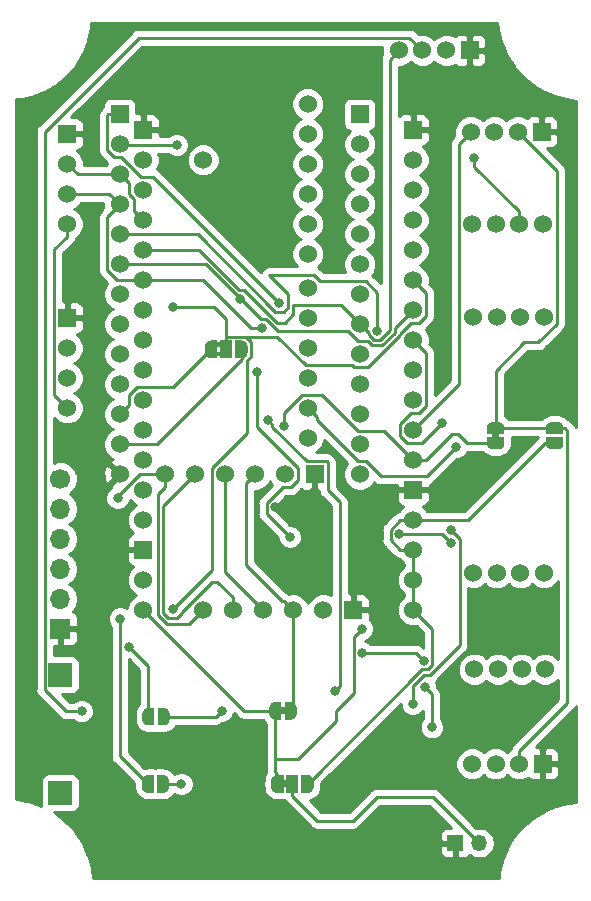
<source format=gbl>
G04 #@! TF.GenerationSoftware,KiCad,Pcbnew,(5.0.0-3-g5ebb6b6)*
G04 #@! TF.CreationDate,2018-08-17T21:51:14+02:00*
G04 #@! TF.ProjectId,beep-pcb-v1.4-in-cover,626565702D7063622D76312E342D696E,rev?*
G04 #@! TF.SameCoordinates,Original*
G04 #@! TF.FileFunction,Copper,L2,Bot,Signal*
G04 #@! TF.FilePolarity,Positive*
%FSLAX46Y46*%
G04 Gerber Fmt 4.6, Leading zero omitted, Abs format (unit mm)*
G04 Created by KiCad (PCBNEW (5.0.0-3-g5ebb6b6)) date 2018 August 17, Friday 21:51:14*
%MOMM*%
%LPD*%
G01*
G04 APERTURE LIST*
G04 #@! TA.AperFunction,ComponentPad*
%ADD10R,1.524000X1.524000*%
G04 #@! TD*
G04 #@! TA.AperFunction,ComponentPad*
%ADD11C,1.524000*%
G04 #@! TD*
G04 #@! TA.AperFunction,SMDPad,CuDef*
%ADD12C,0.500000*%
G04 #@! TD*
G04 #@! TA.AperFunction,Conductor*
%ADD13C,0.100000*%
G04 #@! TD*
G04 #@! TA.AperFunction,ComponentPad*
%ADD14R,1.700000X1.700000*%
G04 #@! TD*
G04 #@! TA.AperFunction,ComponentPad*
%ADD15O,1.700000X1.700000*%
G04 #@! TD*
G04 #@! TA.AperFunction,ComponentPad*
%ADD16C,1.700000*%
G04 #@! TD*
G04 #@! TA.AperFunction,SMDPad,CuDef*
%ADD17R,1.000000X1.500000*%
G04 #@! TD*
G04 #@! TA.AperFunction,ComponentPad*
%ADD18R,1.998980X1.998980*%
G04 #@! TD*
G04 #@! TA.AperFunction,ComponentPad*
%ADD19O,1.350000X1.350000*%
G04 #@! TD*
G04 #@! TA.AperFunction,ComponentPad*
%ADD20R,1.350000X1.350000*%
G04 #@! TD*
G04 #@! TA.AperFunction,ViaPad*
%ADD21C,0.800000*%
G04 #@! TD*
G04 #@! TA.AperFunction,Conductor*
%ADD22C,0.250000*%
G04 #@! TD*
G04 #@! TA.AperFunction,Conductor*
%ADD23C,0.254000*%
G04 #@! TD*
G04 APERTURE END LIST*
D10*
G04 #@! TO.P,U2,10*
G04 #@! TO.N,GND*
X79965000Y-91780000D03*
D11*
G04 #@! TO.P,U2,9*
G04 #@! TO.N,Net-(JP3-Pad1)*
X79965000Y-94320000D03*
G04 #@! TO.P,U2,8*
G04 #@! TO.N,Net-(JP4-Pad1)*
X79965000Y-96860000D03*
G04 #@! TO.P,U2,7*
G04 #@! TO.N,Net-(J2-Pad3)*
X79965000Y-99400000D03*
G04 #@! TO.P,U2,6*
G04 #@! TO.N,Net-(J4-Pad1)*
X100330000Y-101940000D03*
G04 #@! TO.P,U2,5*
G04 #@! TO.N,Net-(J4-Pad2)*
X100330000Y-99400000D03*
G04 #@! TO.P,U2,4*
G04 #@! TO.N,Net-(J7-Pad1)*
X100330000Y-96860000D03*
G04 #@! TO.P,U2,3*
G04 #@! TO.N,Net-(J7-Pad2)*
X100330000Y-94320000D03*
G04 #@! TO.P,U2,2*
G04 #@! TO.N,Net-(J4-Pad4)*
X100330000Y-91780000D03*
G04 #@! TO.P,U2,1*
G04 #@! TO.N,Net-(J4-Pad3)*
X100330000Y-89240000D03*
G04 #@! TD*
D10*
G04 #@! TO.P,U3,10*
G04 #@! TO.N,GND*
X79965000Y-76200000D03*
D11*
G04 #@! TO.P,U3,9*
G04 #@! TO.N,Net-(U1-Pad11)*
X79965000Y-78740000D03*
G04 #@! TO.P,U3,8*
G04 #@! TO.N,Net-(U1-Pad10)*
X79965000Y-81280000D03*
G04 #@! TO.P,U3,7*
G04 #@! TO.N,Net-(J2-Pad3)*
X79965000Y-83820000D03*
G04 #@! TO.P,U3,6*
G04 #@! TO.N,Net-(J6-Pad1)*
X100330000Y-86360000D03*
G04 #@! TO.P,U3,5*
G04 #@! TO.N,Net-(J6-Pad2)*
X100330000Y-83820000D03*
G04 #@! TO.P,U3,4*
G04 #@! TO.N,Net-(J3-Pad1)*
X100330000Y-81280000D03*
G04 #@! TO.P,U3,3*
G04 #@! TO.N,Net-(J3-Pad2)*
X100330000Y-78740000D03*
G04 #@! TO.P,U3,2*
G04 #@! TO.N,Net-(J3-Pad4)*
X100330000Y-76200000D03*
G04 #@! TO.P,U3,1*
G04 #@! TO.N,Net-(J3-Pad3)*
X100330000Y-73660000D03*
G04 #@! TD*
D12*
G04 #@! TO.P,JP2,1*
G04 #@! TO.N,+3V3*
X121230000Y-102390000D03*
D13*
G04 #@! TD*
G04 #@! TO.N,+3V3*
G04 #@! TO.C,JP2*
G36*
X121980000Y-101890000D02*
X121980000Y-102390000D01*
X121979398Y-102390000D01*
X121979398Y-102414534D01*
X121974588Y-102463365D01*
X121965016Y-102511490D01*
X121950772Y-102558445D01*
X121931995Y-102603778D01*
X121908864Y-102647051D01*
X121881604Y-102687850D01*
X121850476Y-102725779D01*
X121815779Y-102760476D01*
X121777850Y-102791604D01*
X121737051Y-102818864D01*
X121693778Y-102841995D01*
X121648445Y-102860772D01*
X121601490Y-102875016D01*
X121553365Y-102884588D01*
X121504534Y-102889398D01*
X121480000Y-102889398D01*
X121480000Y-102890000D01*
X120980000Y-102890000D01*
X120980000Y-102889398D01*
X120955466Y-102889398D01*
X120906635Y-102884588D01*
X120858510Y-102875016D01*
X120811555Y-102860772D01*
X120766222Y-102841995D01*
X120722949Y-102818864D01*
X120682150Y-102791604D01*
X120644221Y-102760476D01*
X120609524Y-102725779D01*
X120578396Y-102687850D01*
X120551136Y-102647051D01*
X120528005Y-102603778D01*
X120509228Y-102558445D01*
X120494984Y-102511490D01*
X120485412Y-102463365D01*
X120480602Y-102414534D01*
X120480602Y-102390000D01*
X120480000Y-102390000D01*
X120480000Y-101890000D01*
X121980000Y-101890000D01*
X121980000Y-101890000D01*
G37*
D12*
G04 #@! TO.P,JP2,2*
G04 #@! TO.N,Net-(J2-Pad3)*
X121230000Y-101090000D03*
D13*
G04 #@! TD*
G04 #@! TO.N,Net-(J2-Pad3)*
G04 #@! TO.C,JP2*
G36*
X120480602Y-101090000D02*
X120480602Y-101065466D01*
X120485412Y-101016635D01*
X120494984Y-100968510D01*
X120509228Y-100921555D01*
X120528005Y-100876222D01*
X120551136Y-100832949D01*
X120578396Y-100792150D01*
X120609524Y-100754221D01*
X120644221Y-100719524D01*
X120682150Y-100688396D01*
X120722949Y-100661136D01*
X120766222Y-100638005D01*
X120811555Y-100619228D01*
X120858510Y-100604984D01*
X120906635Y-100595412D01*
X120955466Y-100590602D01*
X120980000Y-100590602D01*
X120980000Y-100590000D01*
X121480000Y-100590000D01*
X121480000Y-100590602D01*
X121504534Y-100590602D01*
X121553365Y-100595412D01*
X121601490Y-100604984D01*
X121648445Y-100619228D01*
X121693778Y-100638005D01*
X121737051Y-100661136D01*
X121777850Y-100688396D01*
X121815779Y-100719524D01*
X121850476Y-100754221D01*
X121881604Y-100792150D01*
X121908864Y-100832949D01*
X121931995Y-100876222D01*
X121950772Y-100921555D01*
X121965016Y-100968510D01*
X121974588Y-101016635D01*
X121979398Y-101065466D01*
X121979398Y-101090000D01*
X121980000Y-101090000D01*
X121980000Y-101590000D01*
X120480000Y-101590000D01*
X120480000Y-101090000D01*
X120480602Y-101090000D01*
X120480602Y-101090000D01*
G37*
D10*
G04 #@! TO.P,J2,4*
G04 #@! TO.N,GND*
X120230000Y-129540000D03*
D11*
G04 #@! TO.P,J2,3*
G04 #@! TO.N,Net-(J2-Pad3)*
X118230000Y-129540000D03*
G04 #@! TO.P,J2,2*
G04 #@! TO.N,Net-(J2-Pad2)*
X116230000Y-129540000D03*
G04 #@! TO.P,J2,1*
G04 #@! TO.N,Net-(J2-Pad1)*
X114230000Y-129540000D03*
G04 #@! TD*
G04 #@! TO.P,J3,4*
G04 #@! TO.N,Net-(J3-Pad4)*
X120230000Y-83840000D03*
G04 #@! TO.P,J3,3*
G04 #@! TO.N,Net-(J3-Pad3)*
X118230000Y-83840000D03*
G04 #@! TO.P,J3,2*
G04 #@! TO.N,Net-(J3-Pad2)*
X116230000Y-83840000D03*
G04 #@! TO.P,J3,1*
G04 #@! TO.N,Net-(J3-Pad1)*
X114230000Y-83840000D03*
G04 #@! TD*
G04 #@! TO.P,J4,1*
G04 #@! TO.N,Net-(J4-Pad1)*
X114430000Y-121540000D03*
G04 #@! TO.P,J4,2*
G04 #@! TO.N,Net-(J4-Pad2)*
X116430000Y-121540000D03*
G04 #@! TO.P,J4,3*
G04 #@! TO.N,Net-(J4-Pad3)*
X118430000Y-121540000D03*
G04 #@! TO.P,J4,4*
G04 #@! TO.N,Net-(J4-Pad4)*
X120430000Y-121540000D03*
G04 #@! TD*
D14*
G04 #@! TO.P,J5,6*
G04 #@! TO.N,GND*
X79375000Y-118110000D03*
D15*
G04 #@! TO.P,J5,5*
G04 #@! TO.N,Net-(J5-Pad5)*
X79375000Y-115570000D03*
G04 #@! TO.P,J5,4*
G04 #@! TO.N,Net-(J5-Pad4)*
X79375000Y-113030000D03*
G04 #@! TO.P,J5,3*
G04 #@! TO.N,Net-(J5-Pad3)*
X79375000Y-110490000D03*
G04 #@! TO.P,J5,2*
G04 #@! TO.N,Net-(J5-Pad2)*
X79375000Y-107950000D03*
D16*
G04 #@! TO.P,J5,1*
G04 #@! TO.N,Net-(J5-Pad1)*
X79375000Y-105410000D03*
G04 #@! TD*
D11*
G04 #@! TO.P,J6,4*
G04 #@! TO.N,Net-(J3-Pad4)*
X120330000Y-91740000D03*
G04 #@! TO.P,J6,3*
G04 #@! TO.N,Net-(J3-Pad3)*
X118330000Y-91740000D03*
G04 #@! TO.P,J6,2*
G04 #@! TO.N,Net-(J6-Pad2)*
X116330000Y-91740000D03*
G04 #@! TO.P,J6,1*
G04 #@! TO.N,Net-(J6-Pad1)*
X114330000Y-91740000D03*
G04 #@! TD*
G04 #@! TO.P,J7,4*
G04 #@! TO.N,Net-(J4-Pad4)*
X120330000Y-113340000D03*
G04 #@! TO.P,J7,3*
G04 #@! TO.N,Net-(J4-Pad3)*
X118330000Y-113340000D03*
G04 #@! TO.P,J7,2*
G04 #@! TO.N,Net-(J7-Pad2)*
X116330000Y-113340000D03*
G04 #@! TO.P,J7,1*
G04 #@! TO.N,Net-(J7-Pad1)*
X114330000Y-113340000D03*
G04 #@! TD*
G04 #@! TO.P,J8,1*
G04 #@! TO.N,Net-(J8-Pad1)*
X108030000Y-69140000D03*
G04 #@! TO.P,J8,2*
G04 #@! TO.N,Net-(J8-Pad2)*
X110030000Y-69140000D03*
G04 #@! TO.P,J8,3*
G04 #@! TO.N,Net-(J2-Pad3)*
X112030000Y-69140000D03*
D10*
G04 #@! TO.P,J8,4*
G04 #@! TO.N,GND*
X114030000Y-69140000D03*
G04 #@! TD*
G04 #@! TO.P,J9,4*
G04 #@! TO.N,GND*
X120130000Y-76040000D03*
D11*
G04 #@! TO.P,J9,3*
G04 #@! TO.N,Net-(J2-Pad3)*
X118130000Y-76040000D03*
G04 #@! TO.P,J9,2*
G04 #@! TO.N,Net-(J9-Pad2)*
X116130000Y-76040000D03*
G04 #@! TO.P,J9,1*
G04 #@! TO.N,Net-(J9-Pad1)*
X114130000Y-76040000D03*
G04 #@! TD*
G04 #@! TO.P,U1,1*
G04 #@! TO.N,GND*
X84420000Y-105015000D03*
G04 #@! TO.P,U1,2*
G04 #@! TO.N,Net-(JP7-Pad3)*
X84420000Y-102475000D03*
G04 #@! TO.P,U1,3*
G04 #@! TO.N,Net-(JP7-Pad1)*
X84420000Y-99935000D03*
G04 #@! TO.P,U1,4*
G04 #@! TO.N,Net-(U1-Pad4)*
X84420000Y-97395000D03*
G04 #@! TO.P,U1,5*
G04 #@! TO.N,Net-(U1-Pad5)*
X84420000Y-94855000D03*
G04 #@! TO.P,U1,6*
G04 #@! TO.N,Net-(J9-Pad2)*
X84420000Y-92315000D03*
G04 #@! TO.P,U1,7*
G04 #@! TO.N,+VDC*
X84420000Y-89775000D03*
G04 #@! TO.P,U1,8*
G04 #@! TO.N,Net-(J2-Pad2)*
X84420000Y-87235000D03*
G04 #@! TO.P,U1,9*
G04 #@! TO.N,Net-(J2-Pad1)*
X84420000Y-84695000D03*
G04 #@! TO.P,U1,10*
G04 #@! TO.N,Net-(U1-Pad10)*
X84420000Y-82155000D03*
G04 #@! TO.P,U1,11*
G04 #@! TO.N,Net-(U1-Pad11)*
X84420000Y-79615000D03*
G04 #@! TO.P,U1,12*
G04 #@! TO.N,Net-(J9-Pad1)*
X84420000Y-77075000D03*
D10*
G04 #@! TO.P,U1,13*
G04 #@! TO.N,Net-(JP1-Pad1)*
X84420000Y-74535000D03*
D11*
G04 #@! TO.P,U1,14*
G04 #@! TO.N,Net-(U1-Pad14)*
X104740000Y-105015000D03*
G04 #@! TO.P,U1,15*
G04 #@! TO.N,Net-(U1-Pad15)*
X104740000Y-102475000D03*
G04 #@! TO.P,U1,16*
G04 #@! TO.N,Net-(U1-Pad16)*
X104740000Y-99935000D03*
G04 #@! TO.P,U1,17*
G04 #@! TO.N,Net-(U1-Pad17)*
X104740000Y-97395000D03*
G04 #@! TO.P,U1,18*
G04 #@! TO.N,Net-(U1-Pad18)*
X104740000Y-94855000D03*
G04 #@! TO.P,U1,19*
G04 #@! TO.N,Net-(J8-Pad1)*
X104740000Y-92315000D03*
G04 #@! TO.P,U1,20*
G04 #@! TO.N,Net-(U1-Pad20)*
X104740000Y-89775000D03*
G04 #@! TO.P,U1,21*
G04 #@! TO.N,Net-(U1-Pad21)*
X104740000Y-87235000D03*
G04 #@! TO.P,U1,22*
G04 #@! TO.N,Net-(U1-Pad22)*
X104740000Y-84695000D03*
G04 #@! TO.P,U1,23*
G04 #@! TO.N,Net-(U1-Pad23)*
X104740000Y-82155000D03*
G04 #@! TO.P,U1,24*
G04 #@! TO.N,Net-(U1-Pad24)*
X104740000Y-79615000D03*
G04 #@! TO.P,U1,25*
G04 #@! TO.N,Net-(U1-Pad25)*
X104740000Y-77075000D03*
D10*
G04 #@! TO.P,U1,26*
G04 #@! TO.N,Net-(U1-Pad26)*
X104740000Y-74535000D03*
G04 #@! TO.P,U1,27*
G04 #@! TO.N,GND*
X100930000Y-105015000D03*
D11*
G04 #@! TO.P,U1,28*
G04 #@! TO.N,Net-(U1-Pad28)*
X98390000Y-105015000D03*
G04 #@! TO.P,U1,29*
G04 #@! TO.N,Net-(J5-Pad4)*
X95850000Y-105015000D03*
G04 #@! TO.P,U1,30*
G04 #@! TO.N,Net-(J5-Pad3)*
X93310000Y-105015000D03*
G04 #@! TO.P,U1,31*
G04 #@! TO.N,Net-(J5-Pad2)*
X90770000Y-105015000D03*
G04 #@! TO.P,U1,32*
G04 #@! TO.N,Net-(J5-Pad1)*
X88230000Y-105015000D03*
G04 #@! TD*
D10*
G04 #@! TO.P,U4,1*
G04 #@! TO.N,GND*
X86390000Y-75870000D03*
D11*
G04 #@! TO.P,U4,2*
G04 #@! TO.N,Net-(U4-Pad2)*
X86390000Y-78410000D03*
G04 #@! TO.P,U4,3*
G04 #@! TO.N,Net-(U4-Pad3)*
X86390000Y-80950000D03*
G04 #@! TO.P,U4,4*
G04 #@! TO.N,Net-(U1-Pad11)*
X86390000Y-83490000D03*
G04 #@! TO.P,U4,5*
G04 #@! TO.N,Net-(J8-Pad1)*
X86390000Y-86030000D03*
G04 #@! TO.P,U4,6*
G04 #@! TO.N,Net-(U1-Pad10)*
X86390000Y-88570000D03*
G04 #@! TO.P,U4,7*
G04 #@! TO.N,Net-(U4-Pad7)*
X86390000Y-91110000D03*
G04 #@! TO.P,U4,8*
G04 #@! TO.N,Net-(U4-Pad8)*
X86390000Y-93650000D03*
G04 #@! TO.P,U4,9*
G04 #@! TO.N,Net-(J9-Pad2)*
X86390000Y-96190000D03*
G04 #@! TO.P,U4,10*
G04 #@! TO.N,Net-(U4-Pad10)*
X86390000Y-98730000D03*
G04 #@! TO.P,U4,11*
G04 #@! TO.N,Net-(U4-Pad11)*
X86390000Y-101270000D03*
G04 #@! TO.P,U4,12*
G04 #@! TO.N,Net-(U4-Pad12)*
X86390000Y-103810000D03*
G04 #@! TO.P,U4,13*
G04 #@! TO.N,Net-(U4-Pad13)*
X86390000Y-106350000D03*
G04 #@! TO.P,U4,14*
G04 #@! TO.N,Net-(U4-Pad14)*
X86390000Y-108890000D03*
D10*
G04 #@! TO.P,U4,15*
G04 #@! TO.N,GND*
X86390000Y-111430000D03*
D11*
G04 #@! TO.P,U4,16*
G04 #@! TO.N,Net-(U4-Pad16)*
X86390000Y-113970000D03*
G04 #@! TO.P,U4,17*
G04 #@! TO.N,+VDC*
X86390000Y-116510000D03*
G04 #@! TO.P,U4,22*
G04 #@! TO.N,Net-(J5-Pad1)*
X91470000Y-116510000D03*
G04 #@! TO.P,U4,23*
G04 #@! TO.N,Net-(J5-Pad2)*
X94010000Y-116510000D03*
G04 #@! TO.P,U4,24*
G04 #@! TO.N,Net-(J5-Pad3)*
X96550000Y-116510000D03*
G04 #@! TO.P,U4,25*
G04 #@! TO.N,Net-(J5-Pad4)*
X99090000Y-116510000D03*
G04 #@! TO.P,U4,26*
G04 #@! TO.N,Net-(U4-Pad26)*
X101630000Y-116510000D03*
D10*
G04 #@! TO.P,U4,27*
G04 #@! TO.N,GND*
X104170000Y-116510000D03*
D11*
G04 #@! TO.P,U4,29*
G04 #@! TO.N,+3V3*
X109250000Y-116510000D03*
G04 #@! TO.P,U4,30*
X109250000Y-113970000D03*
G04 #@! TO.P,U4,31*
X109250000Y-111430000D03*
G04 #@! TO.P,U4,32*
X109250000Y-108890000D03*
D10*
G04 #@! TO.P,U4,33*
G04 #@! TO.N,GND*
X109250000Y-106350000D03*
D11*
G04 #@! TO.P,U4,34*
G04 #@! TO.N,Net-(JP1-Pad1)*
X109250000Y-103810000D03*
G04 #@! TO.P,U4,35*
G04 #@! TO.N,Net-(J9-Pad1)*
X109250000Y-101270000D03*
G04 #@! TO.P,U4,36*
G04 #@! TO.N,Net-(U4-Pad36)*
X109250000Y-98730000D03*
G04 #@! TO.P,U4,37*
G04 #@! TO.N,Net-(U4-Pad37)*
X109250000Y-96190000D03*
G04 #@! TO.P,U4,38*
G04 #@! TO.N,Net-(J2-Pad1)*
X109250000Y-93650000D03*
G04 #@! TO.P,U4,39*
G04 #@! TO.N,Net-(J2-Pad2)*
X109250000Y-91110000D03*
G04 #@! TO.P,U4,40*
G04 #@! TO.N,+VDC*
X109250000Y-88570000D03*
G04 #@! TO.P,U4,41*
G04 #@! TO.N,Net-(U4-Pad41)*
X109250000Y-86030000D03*
G04 #@! TO.P,U4,42*
G04 #@! TO.N,Net-(U4-Pad42)*
X109250000Y-83490000D03*
G04 #@! TO.P,U4,43*
G04 #@! TO.N,Net-(U4-Pad43)*
X109250000Y-80950000D03*
G04 #@! TO.P,U4,44*
G04 #@! TO.N,Net-(U4-Pad44)*
X109250000Y-78410000D03*
D10*
G04 #@! TO.P,U4,45*
G04 #@! TO.N,GND*
X109250000Y-75870000D03*
D11*
G04 #@! TO.P,U4,46*
G04 #@! TO.N,Net-(U4-Pad46)*
X91470000Y-78410000D03*
G04 #@! TD*
D12*
G04 #@! TO.P,JP1,1*
G04 #@! TO.N,Net-(JP1-Pad1)*
X116230000Y-102390000D03*
D13*
G04 #@! TD*
G04 #@! TO.N,Net-(JP1-Pad1)*
G04 #@! TO.C,JP1*
G36*
X115930000Y-101890000D02*
X115930000Y-101490000D01*
X116530000Y-101490000D01*
X116530000Y-101890000D01*
X116980000Y-101890000D01*
X116980000Y-102390000D01*
X116979398Y-102390000D01*
X116979398Y-102414534D01*
X116974588Y-102463365D01*
X116965016Y-102511490D01*
X116950772Y-102558445D01*
X116931995Y-102603778D01*
X116908864Y-102647051D01*
X116881604Y-102687850D01*
X116850476Y-102725779D01*
X116815779Y-102760476D01*
X116777850Y-102791604D01*
X116737051Y-102818864D01*
X116693778Y-102841995D01*
X116648445Y-102860772D01*
X116601490Y-102875016D01*
X116553365Y-102884588D01*
X116504534Y-102889398D01*
X116480000Y-102889398D01*
X116480000Y-102890000D01*
X115980000Y-102890000D01*
X115980000Y-102889398D01*
X115955466Y-102889398D01*
X115906635Y-102884588D01*
X115858510Y-102875016D01*
X115811555Y-102860772D01*
X115766222Y-102841995D01*
X115722949Y-102818864D01*
X115682150Y-102791604D01*
X115644221Y-102760476D01*
X115609524Y-102725779D01*
X115578396Y-102687850D01*
X115551136Y-102647051D01*
X115528005Y-102603778D01*
X115509228Y-102558445D01*
X115494984Y-102511490D01*
X115485412Y-102463365D01*
X115480602Y-102414534D01*
X115480602Y-102390000D01*
X115480000Y-102390000D01*
X115480000Y-101890000D01*
X115930000Y-101890000D01*
X115930000Y-101890000D01*
G37*
D12*
G04 #@! TO.P,JP1,2*
G04 #@! TO.N,Net-(J2-Pad3)*
X116230000Y-101090000D03*
D13*
G04 #@! TD*
G04 #@! TO.N,Net-(J2-Pad3)*
G04 #@! TO.C,JP1*
G36*
X115480602Y-101090000D02*
X115480602Y-101065466D01*
X115485412Y-101016635D01*
X115494984Y-100968510D01*
X115509228Y-100921555D01*
X115528005Y-100876222D01*
X115551136Y-100832949D01*
X115578396Y-100792150D01*
X115609524Y-100754221D01*
X115644221Y-100719524D01*
X115682150Y-100688396D01*
X115722949Y-100661136D01*
X115766222Y-100638005D01*
X115811555Y-100619228D01*
X115858510Y-100604984D01*
X115906635Y-100595412D01*
X115955466Y-100590602D01*
X115980000Y-100590602D01*
X115980000Y-100590000D01*
X116480000Y-100590000D01*
X116480000Y-100590602D01*
X116504534Y-100590602D01*
X116553365Y-100595412D01*
X116601490Y-100604984D01*
X116648445Y-100619228D01*
X116693778Y-100638005D01*
X116737051Y-100661136D01*
X116777850Y-100688396D01*
X116815779Y-100719524D01*
X116850476Y-100754221D01*
X116881604Y-100792150D01*
X116908864Y-100832949D01*
X116931995Y-100876222D01*
X116950772Y-100921555D01*
X116965016Y-100968510D01*
X116974588Y-101016635D01*
X116979398Y-101065466D01*
X116979398Y-101090000D01*
X116980000Y-101090000D01*
X116980000Y-101590000D01*
X115480000Y-101590000D01*
X115480000Y-101090000D01*
X115480602Y-101090000D01*
X115480602Y-101090000D01*
G37*
D12*
G04 #@! TO.P,JP3,1*
G04 #@! TO.N,Net-(JP3-Pad1)*
X86780000Y-131240000D03*
D13*
G04 #@! TD*
G04 #@! TO.N,Net-(JP3-Pad1)*
G04 #@! TO.C,JP3*
G36*
X87280000Y-131990000D02*
X86780000Y-131990000D01*
X86780000Y-131989398D01*
X86755466Y-131989398D01*
X86706635Y-131984588D01*
X86658510Y-131975016D01*
X86611555Y-131960772D01*
X86566222Y-131941995D01*
X86522949Y-131918864D01*
X86482150Y-131891604D01*
X86444221Y-131860476D01*
X86409524Y-131825779D01*
X86378396Y-131787850D01*
X86351136Y-131747051D01*
X86328005Y-131703778D01*
X86309228Y-131658445D01*
X86294984Y-131611490D01*
X86285412Y-131563365D01*
X86280602Y-131514534D01*
X86280602Y-131490000D01*
X86280000Y-131490000D01*
X86280000Y-130990000D01*
X86280602Y-130990000D01*
X86280602Y-130965466D01*
X86285412Y-130916635D01*
X86294984Y-130868510D01*
X86309228Y-130821555D01*
X86328005Y-130776222D01*
X86351136Y-130732949D01*
X86378396Y-130692150D01*
X86409524Y-130654221D01*
X86444221Y-130619524D01*
X86482150Y-130588396D01*
X86522949Y-130561136D01*
X86566222Y-130538005D01*
X86611555Y-130519228D01*
X86658510Y-130504984D01*
X86706635Y-130495412D01*
X86755466Y-130490602D01*
X86780000Y-130490602D01*
X86780000Y-130490000D01*
X87280000Y-130490000D01*
X87280000Y-131990000D01*
X87280000Y-131990000D01*
G37*
D12*
G04 #@! TO.P,JP3,2*
G04 #@! TO.N,Net-(J2-Pad1)*
X88080000Y-131240000D03*
D13*
G04 #@! TD*
G04 #@! TO.N,Net-(J2-Pad1)*
G04 #@! TO.C,JP3*
G36*
X88080000Y-130490602D02*
X88104534Y-130490602D01*
X88153365Y-130495412D01*
X88201490Y-130504984D01*
X88248445Y-130519228D01*
X88293778Y-130538005D01*
X88337051Y-130561136D01*
X88377850Y-130588396D01*
X88415779Y-130619524D01*
X88450476Y-130654221D01*
X88481604Y-130692150D01*
X88508864Y-130732949D01*
X88531995Y-130776222D01*
X88550772Y-130821555D01*
X88565016Y-130868510D01*
X88574588Y-130916635D01*
X88579398Y-130965466D01*
X88579398Y-130990000D01*
X88580000Y-130990000D01*
X88580000Y-131490000D01*
X88579398Y-131490000D01*
X88579398Y-131514534D01*
X88574588Y-131563365D01*
X88565016Y-131611490D01*
X88550772Y-131658445D01*
X88531995Y-131703778D01*
X88508864Y-131747051D01*
X88481604Y-131787850D01*
X88450476Y-131825779D01*
X88415779Y-131860476D01*
X88377850Y-131891604D01*
X88337051Y-131918864D01*
X88293778Y-131941995D01*
X88248445Y-131960772D01*
X88201490Y-131975016D01*
X88153365Y-131984588D01*
X88104534Y-131989398D01*
X88080000Y-131989398D01*
X88080000Y-131990000D01*
X87580000Y-131990000D01*
X87580000Y-130490000D01*
X88080000Y-130490000D01*
X88080000Y-130490602D01*
X88080000Y-130490602D01*
G37*
D12*
G04 #@! TO.P,JP4,2*
G04 #@! TO.N,Net-(J2-Pad2)*
X88130000Y-125540000D03*
D13*
G04 #@! TD*
G04 #@! TO.N,Net-(J2-Pad2)*
G04 #@! TO.C,JP4*
G36*
X88130000Y-124790602D02*
X88154534Y-124790602D01*
X88203365Y-124795412D01*
X88251490Y-124804984D01*
X88298445Y-124819228D01*
X88343778Y-124838005D01*
X88387051Y-124861136D01*
X88427850Y-124888396D01*
X88465779Y-124919524D01*
X88500476Y-124954221D01*
X88531604Y-124992150D01*
X88558864Y-125032949D01*
X88581995Y-125076222D01*
X88600772Y-125121555D01*
X88615016Y-125168510D01*
X88624588Y-125216635D01*
X88629398Y-125265466D01*
X88629398Y-125290000D01*
X88630000Y-125290000D01*
X88630000Y-125790000D01*
X88629398Y-125790000D01*
X88629398Y-125814534D01*
X88624588Y-125863365D01*
X88615016Y-125911490D01*
X88600772Y-125958445D01*
X88581995Y-126003778D01*
X88558864Y-126047051D01*
X88531604Y-126087850D01*
X88500476Y-126125779D01*
X88465779Y-126160476D01*
X88427850Y-126191604D01*
X88387051Y-126218864D01*
X88343778Y-126241995D01*
X88298445Y-126260772D01*
X88251490Y-126275016D01*
X88203365Y-126284588D01*
X88154534Y-126289398D01*
X88130000Y-126289398D01*
X88130000Y-126290000D01*
X87630000Y-126290000D01*
X87630000Y-124790000D01*
X88130000Y-124790000D01*
X88130000Y-124790602D01*
X88130000Y-124790602D01*
G37*
D12*
G04 #@! TO.P,JP4,1*
G04 #@! TO.N,Net-(JP4-Pad1)*
X86830000Y-125540000D03*
D13*
G04 #@! TD*
G04 #@! TO.N,Net-(JP4-Pad1)*
G04 #@! TO.C,JP4*
G36*
X87330000Y-126290000D02*
X86830000Y-126290000D01*
X86830000Y-126289398D01*
X86805466Y-126289398D01*
X86756635Y-126284588D01*
X86708510Y-126275016D01*
X86661555Y-126260772D01*
X86616222Y-126241995D01*
X86572949Y-126218864D01*
X86532150Y-126191604D01*
X86494221Y-126160476D01*
X86459524Y-126125779D01*
X86428396Y-126087850D01*
X86401136Y-126047051D01*
X86378005Y-126003778D01*
X86359228Y-125958445D01*
X86344984Y-125911490D01*
X86335412Y-125863365D01*
X86330602Y-125814534D01*
X86330602Y-125790000D01*
X86330000Y-125790000D01*
X86330000Y-125290000D01*
X86330602Y-125290000D01*
X86330602Y-125265466D01*
X86335412Y-125216635D01*
X86344984Y-125168510D01*
X86359228Y-125121555D01*
X86378005Y-125076222D01*
X86401136Y-125032949D01*
X86428396Y-124992150D01*
X86459524Y-124954221D01*
X86494221Y-124919524D01*
X86532150Y-124888396D01*
X86572949Y-124861136D01*
X86616222Y-124838005D01*
X86661555Y-124819228D01*
X86708510Y-124804984D01*
X86756635Y-124795412D01*
X86805466Y-124790602D01*
X86830000Y-124790602D01*
X86830000Y-124790000D01*
X87330000Y-124790000D01*
X87330000Y-126290000D01*
X87330000Y-126290000D01*
G37*
D12*
G04 #@! TO.P,JP5,2*
G04 #@! TO.N,+VDC*
X97580000Y-125040000D03*
D13*
G04 #@! TD*
G04 #@! TO.N,+VDC*
G04 #@! TO.C,JP5*
G36*
X97580000Y-125789398D02*
X97555466Y-125789398D01*
X97506635Y-125784588D01*
X97458510Y-125775016D01*
X97411555Y-125760772D01*
X97366222Y-125741995D01*
X97322949Y-125718864D01*
X97282150Y-125691604D01*
X97244221Y-125660476D01*
X97209524Y-125625779D01*
X97178396Y-125587850D01*
X97151136Y-125547051D01*
X97128005Y-125503778D01*
X97109228Y-125458445D01*
X97094984Y-125411490D01*
X97085412Y-125363365D01*
X97080602Y-125314534D01*
X97080602Y-125290000D01*
X97080000Y-125290000D01*
X97080000Y-124790000D01*
X97080602Y-124790000D01*
X97080602Y-124765466D01*
X97085412Y-124716635D01*
X97094984Y-124668510D01*
X97109228Y-124621555D01*
X97128005Y-124576222D01*
X97151136Y-124532949D01*
X97178396Y-124492150D01*
X97209524Y-124454221D01*
X97244221Y-124419524D01*
X97282150Y-124388396D01*
X97322949Y-124361136D01*
X97366222Y-124338005D01*
X97411555Y-124319228D01*
X97458510Y-124304984D01*
X97506635Y-124295412D01*
X97555466Y-124290602D01*
X97580000Y-124290602D01*
X97580000Y-124290000D01*
X98080000Y-124290000D01*
X98080000Y-125790000D01*
X97580000Y-125790000D01*
X97580000Y-125789398D01*
X97580000Y-125789398D01*
G37*
D12*
G04 #@! TO.P,JP5,1*
G04 #@! TO.N,Net-(J5-Pad4)*
X98880000Y-125040000D03*
D13*
G04 #@! TD*
G04 #@! TO.N,Net-(J5-Pad4)*
G04 #@! TO.C,JP5*
G36*
X98380000Y-125340000D02*
X97980000Y-125340000D01*
X97980000Y-124740000D01*
X98380000Y-124740000D01*
X98380000Y-124290000D01*
X98880000Y-124290000D01*
X98880000Y-124290602D01*
X98904534Y-124290602D01*
X98953365Y-124295412D01*
X99001490Y-124304984D01*
X99048445Y-124319228D01*
X99093778Y-124338005D01*
X99137051Y-124361136D01*
X99177850Y-124388396D01*
X99215779Y-124419524D01*
X99250476Y-124454221D01*
X99281604Y-124492150D01*
X99308864Y-124532949D01*
X99331995Y-124576222D01*
X99350772Y-124621555D01*
X99365016Y-124668510D01*
X99374588Y-124716635D01*
X99379398Y-124765466D01*
X99379398Y-124790000D01*
X99380000Y-124790000D01*
X99380000Y-125290000D01*
X99379398Y-125290000D01*
X99379398Y-125314534D01*
X99374588Y-125363365D01*
X99365016Y-125411490D01*
X99350772Y-125458445D01*
X99331995Y-125503778D01*
X99308864Y-125547051D01*
X99281604Y-125587850D01*
X99250476Y-125625779D01*
X99215779Y-125660476D01*
X99177850Y-125691604D01*
X99137051Y-125718864D01*
X99093778Y-125741995D01*
X99048445Y-125760772D01*
X99001490Y-125775016D01*
X98953365Y-125784588D01*
X98904534Y-125789398D01*
X98880000Y-125789398D01*
X98880000Y-125790000D01*
X98380000Y-125790000D01*
X98380000Y-125340000D01*
X98380000Y-125340000D01*
G37*
D12*
G04 #@! TO.P,JP6,1*
G04 #@! TO.N,+VDC*
X97730000Y-131240000D03*
D13*
G04 #@! TD*
G04 #@! TO.N,+VDC*
G04 #@! TO.C,JP6*
G36*
X98280000Y-130940000D02*
X98630000Y-130940000D01*
X98630000Y-131540000D01*
X98280000Y-131540000D01*
X98280000Y-131990000D01*
X97730000Y-131990000D01*
X97730000Y-131989398D01*
X97705466Y-131989398D01*
X97656635Y-131984588D01*
X97608510Y-131975016D01*
X97561555Y-131960772D01*
X97516222Y-131941995D01*
X97472949Y-131918864D01*
X97432150Y-131891604D01*
X97394221Y-131860476D01*
X97359524Y-131825779D01*
X97328396Y-131787850D01*
X97301136Y-131747051D01*
X97278005Y-131703778D01*
X97259228Y-131658445D01*
X97244984Y-131611490D01*
X97235412Y-131563365D01*
X97230602Y-131514534D01*
X97230602Y-131490000D01*
X97230000Y-131490000D01*
X97230000Y-130990000D01*
X97230602Y-130990000D01*
X97230602Y-130965466D01*
X97235412Y-130916635D01*
X97244984Y-130868510D01*
X97259228Y-130821555D01*
X97278005Y-130776222D01*
X97301136Y-130732949D01*
X97328396Y-130692150D01*
X97359524Y-130654221D01*
X97394221Y-130619524D01*
X97432150Y-130588396D01*
X97472949Y-130561136D01*
X97516222Y-130538005D01*
X97561555Y-130519228D01*
X97608510Y-130504984D01*
X97656635Y-130495412D01*
X97705466Y-130490602D01*
X97730000Y-130490602D01*
X97730000Y-130490000D01*
X98280000Y-130490000D01*
X98280000Y-130940000D01*
X98280000Y-130940000D01*
G37*
D12*
G04 #@! TO.P,JP6,3*
G04 #@! TO.N,+3V3*
X100330000Y-131240000D03*
D13*
G04 #@! TD*
G04 #@! TO.N,+3V3*
G04 #@! TO.C,JP6*
G36*
X100330000Y-130490602D02*
X100354534Y-130490602D01*
X100403365Y-130495412D01*
X100451490Y-130504984D01*
X100498445Y-130519228D01*
X100543778Y-130538005D01*
X100587051Y-130561136D01*
X100627850Y-130588396D01*
X100665779Y-130619524D01*
X100700476Y-130654221D01*
X100731604Y-130692150D01*
X100758864Y-130732949D01*
X100781995Y-130776222D01*
X100800772Y-130821555D01*
X100815016Y-130868510D01*
X100824588Y-130916635D01*
X100829398Y-130965466D01*
X100829398Y-130990000D01*
X100830000Y-130990000D01*
X100830000Y-131490000D01*
X100829398Y-131490000D01*
X100829398Y-131514534D01*
X100824588Y-131563365D01*
X100815016Y-131611490D01*
X100800772Y-131658445D01*
X100781995Y-131703778D01*
X100758864Y-131747051D01*
X100731604Y-131787850D01*
X100700476Y-131825779D01*
X100665779Y-131860476D01*
X100627850Y-131891604D01*
X100587051Y-131918864D01*
X100543778Y-131941995D01*
X100498445Y-131960772D01*
X100451490Y-131975016D01*
X100403365Y-131984588D01*
X100354534Y-131989398D01*
X100330000Y-131989398D01*
X100330000Y-131990000D01*
X99780000Y-131990000D01*
X99780000Y-130490000D01*
X100330000Y-130490000D01*
X100330000Y-130490602D01*
X100330000Y-130490602D01*
G37*
D17*
G04 #@! TO.P,JP6,2*
G04 #@! TO.N,+BATT*
X99030000Y-131240000D03*
G04 #@! TD*
D18*
G04 #@! TO.P,R1,2*
G04 #@! TO.N,Net-(J9-Pad2)*
X79375000Y-132001260D03*
G04 #@! TO.P,R1,1*
G04 #@! TO.N,Net-(J2-Pad3)*
X79375000Y-121998740D03*
G04 #@! TD*
D19*
G04 #@! TO.P,J1,2*
G04 #@! TO.N,+BATT*
X114830000Y-136240000D03*
D20*
G04 #@! TO.P,J1,1*
G04 #@! TO.N,GND*
X112830000Y-136240000D03*
G04 #@! TD*
D12*
G04 #@! TO.P,JP7,1*
G04 #@! TO.N,Net-(JP7-Pad1)*
X92130000Y-94440000D03*
D13*
G04 #@! TD*
G04 #@! TO.N,Net-(JP7-Pad1)*
G04 #@! TO.C,JP7*
G36*
X92680000Y-93840000D02*
X93030000Y-93840000D01*
X93030000Y-94240000D01*
X92680000Y-94240000D01*
X92680000Y-94640000D01*
X93030000Y-94640000D01*
X93030000Y-95040000D01*
X92680000Y-95040000D01*
X92680000Y-95190000D01*
X92130000Y-95190000D01*
X92130000Y-95189398D01*
X92105466Y-95189398D01*
X92056635Y-95184588D01*
X92008510Y-95175016D01*
X91961555Y-95160772D01*
X91916222Y-95141995D01*
X91872949Y-95118864D01*
X91832150Y-95091604D01*
X91794221Y-95060476D01*
X91759524Y-95025779D01*
X91728396Y-94987850D01*
X91701136Y-94947051D01*
X91678005Y-94903778D01*
X91659228Y-94858445D01*
X91644984Y-94811490D01*
X91635412Y-94763365D01*
X91630602Y-94714534D01*
X91630602Y-94690000D01*
X91630000Y-94690000D01*
X91630000Y-94190000D01*
X91630602Y-94190000D01*
X91630602Y-94165466D01*
X91635412Y-94116635D01*
X91644984Y-94068510D01*
X91659228Y-94021555D01*
X91678005Y-93976222D01*
X91701136Y-93932949D01*
X91728396Y-93892150D01*
X91759524Y-93854221D01*
X91794221Y-93819524D01*
X91832150Y-93788396D01*
X91872949Y-93761136D01*
X91916222Y-93738005D01*
X91961555Y-93719228D01*
X92008510Y-93704984D01*
X92056635Y-93695412D01*
X92105466Y-93690602D01*
X92130000Y-93690602D01*
X92130000Y-93690000D01*
X92680000Y-93690000D01*
X92680000Y-93840000D01*
X92680000Y-93840000D01*
G37*
D12*
G04 #@! TO.P,JP7,3*
G04 #@! TO.N,Net-(JP7-Pad3)*
X94730000Y-94440000D03*
D13*
G04 #@! TD*
G04 #@! TO.N,Net-(JP7-Pad3)*
G04 #@! TO.C,JP7*
G36*
X94730000Y-93690602D02*
X94754534Y-93690602D01*
X94803365Y-93695412D01*
X94851490Y-93704984D01*
X94898445Y-93719228D01*
X94943778Y-93738005D01*
X94987051Y-93761136D01*
X95027850Y-93788396D01*
X95065779Y-93819524D01*
X95100476Y-93854221D01*
X95131604Y-93892150D01*
X95158864Y-93932949D01*
X95181995Y-93976222D01*
X95200772Y-94021555D01*
X95215016Y-94068510D01*
X95224588Y-94116635D01*
X95229398Y-94165466D01*
X95229398Y-94190000D01*
X95230000Y-94190000D01*
X95230000Y-94690000D01*
X95229398Y-94690000D01*
X95229398Y-94714534D01*
X95224588Y-94763365D01*
X95215016Y-94811490D01*
X95200772Y-94858445D01*
X95181995Y-94903778D01*
X95158864Y-94947051D01*
X95131604Y-94987850D01*
X95100476Y-95025779D01*
X95065779Y-95060476D01*
X95027850Y-95091604D01*
X94987051Y-95118864D01*
X94943778Y-95141995D01*
X94898445Y-95160772D01*
X94851490Y-95175016D01*
X94803365Y-95184588D01*
X94754534Y-95189398D01*
X94730000Y-95189398D01*
X94730000Y-95190000D01*
X94180000Y-95190000D01*
X94180000Y-93690000D01*
X94730000Y-93690000D01*
X94730000Y-93690602D01*
X94730000Y-93690602D01*
G37*
D17*
G04 #@! TO.P,JP7,2*
G04 #@! TO.N,+VDC*
X93430000Y-94440000D03*
G04 #@! TD*
D21*
G04 #@! TO.N,Net-(J2-Pad1)*
X89630000Y-131240000D03*
X111730000Y-100640000D03*
X106213116Y-92858744D03*
G04 #@! TO.N,Net-(J3-Pad3)*
X114430000Y-78240000D03*
G04 #@! TO.N,Net-(J4-Pad2)*
X112905021Y-102678866D03*
G04 #@! TO.N,Net-(J4-Pad1)*
X108072002Y-110040000D03*
X112455012Y-110840000D03*
G04 #@! TO.N,Net-(J5-Pad1)*
X84230000Y-107040000D03*
G04 #@! TO.N,Net-(U1-Pad10)*
X102630000Y-123340000D03*
X96942660Y-100427340D03*
X96493006Y-92639980D03*
G04 #@! TO.N,GND*
X97573510Y-107808829D03*
G04 #@! TO.N,Net-(J2-Pad2)*
X93030000Y-125040000D03*
X104930000Y-120140000D03*
X110156169Y-120816151D03*
X98830000Y-110340000D03*
X96030000Y-96340000D03*
X94584174Y-90140000D03*
G04 #@! TO.N,Net-(J9-Pad1)*
X109230000Y-124440000D03*
X89230000Y-77140000D03*
X112455010Y-109740000D03*
G04 #@! TO.N,Net-(JP1-Pad1)*
X110830000Y-126440000D03*
X110217340Y-123052660D03*
X97930000Y-90540000D03*
X98330000Y-100940000D03*
G04 #@! TO.N,Net-(J8-Pad2)*
X81180841Y-125080476D03*
G04 #@! TO.N,Net-(JP3-Pad1)*
X84430000Y-117240000D03*
G04 #@! TO.N,Net-(JP4-Pad1)*
X85214979Y-119640000D03*
G04 #@! TO.N,+VDC*
X88930000Y-90840000D03*
X104897989Y-118108173D03*
X88930000Y-116440000D03*
G04 #@! TD*
D22*
G04 #@! TO.N,Net-(J2-Pad1)*
X89630000Y-131240000D02*
X88080000Y-131240000D01*
X110337001Y-94737001D02*
X109250000Y-93650000D01*
X109771761Y-99817001D02*
X110337001Y-99251761D01*
X109094237Y-99817001D02*
X109771761Y-99817001D01*
X110012999Y-102357001D02*
X108728239Y-102357001D01*
X111730000Y-100640000D02*
X110012999Y-102357001D01*
X108728239Y-102357001D02*
X108162999Y-101791761D01*
X108162999Y-100748239D02*
X109094237Y-99817001D01*
X108162999Y-101791761D02*
X108162999Y-100748239D01*
X110337001Y-99251761D02*
X110337001Y-94737001D01*
X101386761Y-88687999D02*
X105261761Y-88687999D01*
X98278002Y-91265002D02*
X98655002Y-90888002D01*
X84420000Y-84695000D02*
X91011996Y-84695000D01*
X106213116Y-89639354D02*
X106213116Y-92858744D01*
X98655002Y-90888002D02*
X98655002Y-89750004D01*
X97057997Y-88152999D02*
X100851761Y-88152999D01*
X98655002Y-89750004D02*
X97057997Y-88152999D01*
X97581998Y-91265002D02*
X98278002Y-91265002D01*
X100851761Y-88152999D02*
X101386761Y-88687999D01*
X91011996Y-84695000D02*
X97581998Y-91265002D01*
X105261761Y-88687999D02*
X106213116Y-89639354D01*
G04 #@! TO.N,Net-(J3-Pad3)*
X118230000Y-82762370D02*
X114430000Y-78962370D01*
X114430000Y-78962370D02*
X114430000Y-78240000D01*
X118230000Y-83840000D02*
X118230000Y-82762370D01*
G04 #@! TO.N,Net-(J4-Pad2)*
X110393900Y-105189987D02*
X112905021Y-102678866D01*
X105261761Y-103927999D02*
X106523749Y-105189987D01*
X101091999Y-100435761D02*
X104584237Y-103927999D01*
X100330000Y-99400000D02*
X101091999Y-100161999D01*
X106523749Y-105189987D02*
X110393900Y-105189987D01*
X104584237Y-103927999D02*
X105261761Y-103927999D01*
X101091999Y-100161999D02*
X101091999Y-100435761D01*
G04 #@! TO.N,Net-(J4-Pad1)*
X111655012Y-110040000D02*
X112455012Y-110840000D01*
X108072002Y-110040000D02*
X111655012Y-110040000D01*
G04 #@! TO.N,Net-(J5-Pad1)*
X84230000Y-106901238D02*
X84230000Y-107040000D01*
X86116238Y-105015000D02*
X84230000Y-106901238D01*
X88230000Y-105015000D02*
X86116238Y-105015000D01*
X88230000Y-106092630D02*
X87654987Y-106667643D01*
X88395598Y-117715013D02*
X90264987Y-117715013D01*
X87654987Y-116974402D02*
X88395598Y-117715013D01*
X90264987Y-117715013D02*
X91470000Y-116510000D01*
X87654987Y-106667643D02*
X87654987Y-116974402D01*
X88230000Y-105015000D02*
X88230000Y-106092630D01*
G04 #@! TO.N,Net-(J5-Pad2)*
X92239799Y-114103205D02*
X92680835Y-114103205D01*
X89655002Y-116688002D02*
X92239799Y-114103205D01*
X88104998Y-116788002D02*
X88481998Y-117165002D01*
X89278002Y-117165002D02*
X89655002Y-116788002D01*
X88104998Y-107680002D02*
X88104998Y-116788002D01*
X88481998Y-117165002D02*
X89278002Y-117165002D01*
X89655002Y-116788002D02*
X89655002Y-116688002D01*
X90770000Y-105015000D02*
X88104998Y-107680002D01*
X92680835Y-114103205D02*
X94010000Y-115432370D01*
X94010000Y-115432370D02*
X94010000Y-116510000D01*
G04 #@! TO.N,Net-(U1-Pad10)*
X83545000Y-81280000D02*
X84420000Y-82155000D01*
X79965000Y-81280000D02*
X83545000Y-81280000D01*
X84146238Y-88570000D02*
X86390000Y-88570000D01*
X83332999Y-87756761D02*
X84146238Y-88570000D01*
X83332999Y-83242001D02*
X83332999Y-87756761D01*
X84420000Y-82155000D02*
X83332999Y-83242001D01*
X100243319Y-103927999D02*
X97342659Y-101027339D01*
X102630000Y-123340000D02*
X103029999Y-122940001D01*
X102017001Y-103992999D02*
X101952001Y-103927999D01*
X103029999Y-122940001D02*
X103029999Y-107402408D01*
X97342659Y-100827339D02*
X96942660Y-100427340D01*
X101952001Y-103927999D02*
X100243319Y-103927999D01*
X103029999Y-107402408D02*
X102017001Y-106389410D01*
X102017001Y-106389410D02*
X102017001Y-103992999D01*
X97342659Y-101027339D02*
X97342659Y-100827339D01*
X86390000Y-88570000D02*
X91486998Y-88570000D01*
X95556978Y-92639980D02*
X96493006Y-92639980D01*
X91486998Y-88570000D02*
X95556978Y-92639980D01*
G04 #@! TO.N,Net-(U1-Pad11)*
X85628001Y-82728001D02*
X86390000Y-83490000D01*
X85628001Y-81754239D02*
X85628001Y-82728001D01*
X85181999Y-81308237D02*
X85628001Y-81754239D01*
X85181999Y-80376999D02*
X85181999Y-81308237D01*
X84420000Y-79615000D02*
X85181999Y-80376999D01*
X80840000Y-79615000D02*
X84420000Y-79615000D01*
X79965000Y-78740000D02*
X80840000Y-79615000D01*
G04 #@! TO.N,+3V3*
X113882408Y-108890000D02*
X109250000Y-108890000D01*
X120382408Y-102390000D02*
X113882408Y-108890000D01*
X121230000Y-102390000D02*
X120382408Y-102390000D01*
X109250000Y-111430000D02*
X109250000Y-113970000D01*
X109250000Y-113970000D02*
X109250000Y-116510000D01*
X107347000Y-110604630D02*
X108172370Y-111430000D01*
X109250000Y-108890000D02*
X108172370Y-108890000D01*
X108172370Y-108890000D02*
X107347000Y-109715370D01*
X107347000Y-109715370D02*
X107347000Y-110604630D01*
X108172370Y-111430000D02*
X109250000Y-111430000D01*
X110881170Y-118141170D02*
X109250000Y-116510000D01*
X100330000Y-131240000D02*
X110028848Y-121541152D01*
X110881170Y-121164152D02*
X110881170Y-118141170D01*
X110028848Y-121541152D02*
X110504170Y-121541152D01*
X110504170Y-121541152D02*
X110881170Y-121164152D01*
G04 #@! TO.N,GND*
X100930000Y-106027000D02*
X99279652Y-107677348D01*
X99279652Y-107677348D02*
X97704991Y-107677348D01*
X97704991Y-107677348D02*
X97573510Y-107808829D01*
X100930000Y-105015000D02*
X100930000Y-106027000D01*
G04 #@! TO.N,Net-(J5-Pad3)*
X93310000Y-113270000D02*
X96550000Y-116510000D01*
X93310000Y-105015000D02*
X93310000Y-113270000D01*
G04 #@! TO.N,Net-(J5-Pad4)*
X99090000Y-124830000D02*
X98880000Y-125040000D01*
X99090000Y-116510000D02*
X99090000Y-124830000D01*
X95850000Y-105015000D02*
X95088001Y-105776999D01*
X95088001Y-112671005D02*
X98164997Y-115748001D01*
X98164997Y-115748001D02*
X98328001Y-115748001D01*
X95088001Y-105776999D02*
X95088001Y-112671005D01*
X98328001Y-115748001D02*
X99090000Y-116510000D01*
G04 #@! TO.N,+BATT*
X110905010Y-132315010D02*
X106154990Y-132315010D01*
X114830000Y-136240000D02*
X110905010Y-132315010D01*
X106154990Y-132315010D02*
X104130000Y-134340000D01*
X99030000Y-132240000D02*
X99030000Y-131240000D01*
X101130000Y-134340000D02*
X99030000Y-132240000D01*
X104130000Y-134340000D02*
X101130000Y-134340000D01*
G04 #@! TO.N,Net-(J2-Pad3)*
X121230000Y-101090000D02*
X116230000Y-101090000D01*
X116230000Y-101090000D02*
X116230000Y-96240000D01*
X116230000Y-96240000D02*
X118630000Y-93840000D01*
X121417001Y-79327001D02*
X118130000Y-76040000D01*
X121417001Y-92261761D02*
X121417001Y-79327001D01*
X119838762Y-93840000D02*
X121417001Y-92261761D01*
X118630000Y-93840000D02*
X119838762Y-93840000D01*
X122077592Y-101090000D02*
X121230000Y-101090000D01*
X122305010Y-101317418D02*
X122077592Y-101090000D01*
X122305010Y-124387360D02*
X122305010Y-101317418D01*
X118230000Y-128462370D02*
X122305010Y-124387360D01*
X118230000Y-129540000D02*
X118230000Y-128462370D01*
X78877999Y-98312999D02*
X79965000Y-99400000D01*
X78877999Y-85984631D02*
X78877999Y-98312999D01*
X79965000Y-84897630D02*
X78877999Y-85984631D01*
X79965000Y-83820000D02*
X79965000Y-84897630D01*
G04 #@! TO.N,Net-(J2-Pad2)*
X92530000Y-125540000D02*
X93030000Y-125040000D01*
X88130000Y-125540000D02*
X92530000Y-125540000D01*
X104930000Y-120140000D02*
X109480018Y-120140000D01*
X109480018Y-120140000D02*
X110156169Y-120816151D01*
X96030000Y-101046238D02*
X96030000Y-96340000D01*
X99477001Y-104493239D02*
X96030000Y-101046238D01*
X99477001Y-105536761D02*
X99477001Y-104493239D01*
X98911761Y-106102001D02*
X99477001Y-105536761D01*
X98207336Y-106102001D02*
X98911761Y-106102001D01*
X96848509Y-107460828D02*
X98207336Y-106102001D01*
X96848509Y-108358509D02*
X96848509Y-107460828D01*
X98830000Y-110340000D02*
X96848509Y-108358509D01*
X103731217Y-92914979D02*
X104584237Y-93767999D01*
X91679174Y-87235000D02*
X96359152Y-91914978D01*
X105412959Y-93767999D02*
X105741982Y-94097023D01*
X104584237Y-93767999D02*
X105412959Y-93767999D01*
X105741982Y-94097023D02*
X106636567Y-94097023D01*
X106636567Y-94097023D02*
X107712988Y-93020602D01*
X107712988Y-92647012D02*
X109250000Y-91110000D01*
X84420000Y-87235000D02*
X91679174Y-87235000D01*
X96795744Y-91914978D02*
X97795745Y-92914979D01*
X97795745Y-92914979D02*
X103731217Y-92914979D01*
X107712988Y-93020602D02*
X107712988Y-92647012D01*
X96359152Y-91914978D02*
X96795744Y-91914978D01*
G04 #@! TO.N,Net-(J8-Pad1)*
X91110585Y-86030000D02*
X94495584Y-89414999D01*
X103117999Y-90692999D02*
X104740000Y-92315000D01*
X94495584Y-89414999D02*
X94932175Y-89414999D01*
X94932175Y-89414999D02*
X97732189Y-92215013D01*
X86390000Y-86030000D02*
X91110585Y-86030000D01*
X97732189Y-92215013D02*
X98364402Y-92215013D01*
X98364402Y-92215013D02*
X99105013Y-91474402D01*
X99105013Y-91474402D02*
X99105013Y-90692999D01*
X99105013Y-90692999D02*
X103117999Y-90692999D01*
X107262977Y-69907023D02*
X107262977Y-92834203D01*
X107262977Y-92834203D02*
X106450168Y-93647012D01*
X105501999Y-93076999D02*
X104740000Y-92315000D01*
X105928382Y-93647012D02*
X105501999Y-93220629D01*
X105501999Y-93220629D02*
X105501999Y-93076999D01*
X108030000Y-69140000D02*
X107262977Y-69907023D01*
X106450168Y-93647012D02*
X105928382Y-93647012D01*
G04 #@! TO.N,Net-(J9-Pad1)*
X113142999Y-97377001D02*
X109250000Y-101270000D01*
X113142999Y-77027001D02*
X113142999Y-97377001D01*
X114130000Y-76040000D02*
X113142999Y-77027001D01*
X84485000Y-77140000D02*
X84420000Y-77075000D01*
X89230000Y-77140000D02*
X84485000Y-77140000D01*
X113180014Y-110465004D02*
X112455010Y-109740000D01*
X110215247Y-121991163D02*
X110690570Y-121991163D01*
X110690570Y-121991163D02*
X113180014Y-119501719D01*
X109230000Y-122976410D02*
X110215247Y-121991163D01*
X113180014Y-119501719D02*
X113180014Y-110465004D01*
X109230000Y-124440000D02*
X109230000Y-122976410D01*
G04 #@! TO.N,Net-(JP1-Pad1)*
X110830000Y-123665320D02*
X110217340Y-123052660D01*
X110830000Y-126440000D02*
X110830000Y-123665320D01*
X83408000Y-74535000D02*
X83332999Y-74610001D01*
X83332999Y-77596761D02*
X83898239Y-78162001D01*
X84533239Y-78162001D02*
X86234237Y-79862999D01*
X87252999Y-79862999D02*
X97930000Y-90540000D01*
X104584237Y-101387999D02*
X106827999Y-101387999D01*
X101509237Y-98312999D02*
X104584237Y-101387999D01*
X98330000Y-100940000D02*
X98330000Y-99791238D01*
X106827999Y-101387999D02*
X109250000Y-103810000D01*
X99808239Y-98312999D02*
X101509237Y-98312999D01*
X83898239Y-78162001D02*
X84533239Y-78162001D01*
X98330000Y-99791238D02*
X99808239Y-98312999D01*
X86234237Y-79862999D02*
X87252999Y-79862999D01*
X84420000Y-74535000D02*
X83408000Y-74535000D01*
X83332999Y-74610001D02*
X83332999Y-77596761D01*
X112549629Y-101588001D02*
X110327630Y-103810000D01*
X113853002Y-102390000D02*
X113051003Y-101588001D01*
X116230000Y-102390000D02*
X113853002Y-102390000D01*
X113051003Y-101588001D02*
X112549629Y-101588001D01*
X110327630Y-103810000D02*
X109250000Y-103810000D01*
G04 #@! TO.N,Net-(J8-Pad2)*
X79872754Y-125080476D02*
X81180841Y-125080476D01*
X108942999Y-68052999D02*
X86002999Y-68052999D01*
X86002999Y-68052999D02*
X78050509Y-76005489D01*
X110030000Y-69140000D02*
X108942999Y-68052999D01*
X78050509Y-123258231D02*
X79872754Y-125080476D01*
X78050509Y-76005489D02*
X78050509Y-123258231D01*
G04 #@! TO.N,Net-(JP3-Pad1)*
X84430000Y-128890000D02*
X84430000Y-117240000D01*
X86780000Y-131240000D02*
X84430000Y-128890000D01*
G04 #@! TO.N,Net-(JP4-Pad1)*
X86830000Y-121255021D02*
X85214979Y-119640000D01*
X86830000Y-125540000D02*
X86830000Y-121255021D01*
G04 #@! TO.N,+VDC*
X94920000Y-125040000D02*
X86390000Y-116510000D01*
X97580000Y-125040000D02*
X94920000Y-125040000D01*
X97580000Y-125887592D02*
X97580000Y-125040000D01*
X97730000Y-130392408D02*
X97580000Y-130242408D01*
X97730000Y-131240000D02*
X97730000Y-130392408D01*
X104204998Y-123574417D02*
X104204998Y-118801164D01*
X104204998Y-118801164D02*
X104897989Y-118108173D01*
X110337001Y-89657001D02*
X109250000Y-88570000D01*
X110337001Y-91631761D02*
X110337001Y-89657001D01*
X108162999Y-93207001D02*
X108162999Y-93128239D01*
X104049237Y-95772999D02*
X104218239Y-95942001D01*
X97766228Y-93364990D02*
X100174237Y-95772999D01*
X93430000Y-93440000D02*
X93505010Y-93364990D01*
X93430000Y-94440000D02*
X93430000Y-93440000D01*
X109094237Y-92197001D02*
X109771761Y-92197001D01*
X109771761Y-92197001D02*
X110337001Y-91631761D01*
X105427999Y-95942001D02*
X108162999Y-93207001D01*
X93505010Y-93364990D02*
X97766228Y-93364990D01*
X104218239Y-95942001D02*
X105427999Y-95942001D01*
X108162999Y-93128239D02*
X109094237Y-92197001D01*
X100174237Y-95772999D02*
X104049237Y-95772999D01*
X92222999Y-113147001D02*
X88930000Y-116440000D01*
X92222999Y-104493239D02*
X92222999Y-113147001D01*
X95555010Y-93851672D02*
X95555010Y-95028328D01*
X95180009Y-101536229D02*
X92222999Y-104493239D01*
X95068328Y-93364990D02*
X95555010Y-93851672D01*
X95180009Y-95403329D02*
X95180009Y-101536229D01*
X95555010Y-95028328D02*
X95180009Y-95403329D01*
X94045374Y-93364990D02*
X95068328Y-93364990D01*
X102739415Y-125040000D02*
X102739415Y-125930585D01*
X102739415Y-125040000D02*
X104204998Y-123574417D01*
X99530000Y-129140000D02*
X97580000Y-129140000D01*
X102739415Y-125930585D02*
X99530000Y-129140000D01*
X97580000Y-129140000D02*
X97580000Y-125887592D01*
X97580000Y-130242408D02*
X97580000Y-129140000D01*
X93430000Y-91840000D02*
X93430000Y-93440000D01*
X92430000Y-90840000D02*
X93430000Y-91840000D01*
X88930000Y-90840000D02*
X92430000Y-90840000D01*
G04 #@! TO.N,Net-(JP7-Pad1)*
X85868239Y-97642999D02*
X85181999Y-98329239D01*
X85181999Y-99173001D02*
X84420000Y-99935000D01*
X88927001Y-97642999D02*
X85868239Y-97642999D01*
X85181999Y-98329239D02*
X85181999Y-99173001D01*
X92130000Y-94440000D02*
X88927001Y-97642999D01*
G04 #@! TO.N,Net-(JP7-Pad3)*
X87542592Y-102475000D02*
X84420000Y-102475000D01*
X94730000Y-95287592D02*
X87542592Y-102475000D01*
X94730000Y-94440000D02*
X94730000Y-95287592D01*
G04 #@! TD*
D23*
G04 #@! TO.N,GND*
G36*
X116441875Y-67313449D02*
X116459975Y-67419403D01*
X116459978Y-67419412D01*
X116713939Y-68423464D01*
X116713941Y-68423473D01*
X116736391Y-68489820D01*
X116747954Y-68523990D01*
X116748394Y-68525291D01*
X117156303Y-69477269D01*
X117206259Y-69572445D01*
X117206263Y-69572450D01*
X117758069Y-70448891D01*
X117822299Y-70535080D01*
X117822305Y-70535086D01*
X118504422Y-71314415D01*
X118581344Y-71389495D01*
X118581352Y-71389501D01*
X119376976Y-72052520D01*
X119376982Y-72052526D01*
X119464703Y-72114648D01*
X120354258Y-72645046D01*
X120354267Y-72645052D01*
X120402446Y-72668869D01*
X120450625Y-72692687D01*
X120450636Y-72692691D01*
X121412196Y-73077395D01*
X121412211Y-73077402D01*
X121514835Y-73109376D01*
X122524761Y-73338928D01*
X122524764Y-73338929D01*
X122631126Y-73354456D01*
X123024038Y-73380591D01*
X123024038Y-101036589D01*
X123020914Y-101020881D01*
X122852939Y-100769489D01*
X122789480Y-100727087D01*
X122667923Y-100605530D01*
X122625521Y-100542071D01*
X122374129Y-100374096D01*
X122372562Y-100373784D01*
X122324314Y-100314994D01*
X122255006Y-100245686D01*
X122156896Y-100165169D01*
X122075397Y-100110713D01*
X121963460Y-100050881D01*
X121872904Y-100013372D01*
X121751451Y-99976530D01*
X121655318Y-99957408D01*
X121529009Y-99944968D01*
X121492106Y-99944968D01*
X121480000Y-99942560D01*
X120980000Y-99942560D01*
X120967894Y-99944968D01*
X120930991Y-99944968D01*
X120804682Y-99957408D01*
X120708549Y-99976530D01*
X120587096Y-100013372D01*
X120496540Y-100050881D01*
X120384603Y-100110713D01*
X120303104Y-100165169D01*
X120204994Y-100245686D01*
X120135686Y-100314994D01*
X120123371Y-100330000D01*
X117336629Y-100330000D01*
X117324314Y-100314994D01*
X117255006Y-100245686D01*
X117156896Y-100165169D01*
X117075397Y-100110713D01*
X116990000Y-100065067D01*
X116990000Y-96554801D01*
X118944802Y-94600000D01*
X119763915Y-94600000D01*
X119838762Y-94614888D01*
X119913609Y-94600000D01*
X119913614Y-94600000D01*
X120135299Y-94555904D01*
X120386691Y-94387929D01*
X120429093Y-94324470D01*
X121901474Y-92852090D01*
X121964930Y-92809690D01*
X122132905Y-92558298D01*
X122177001Y-92336613D01*
X122177001Y-92336608D01*
X122191889Y-92261761D01*
X122177001Y-92186914D01*
X122177001Y-79401847D01*
X122191889Y-79327000D01*
X122177001Y-79252153D01*
X122177001Y-79252149D01*
X122132905Y-79030464D01*
X122060432Y-78922001D01*
X122007330Y-78842527D01*
X122007328Y-78842525D01*
X121964930Y-78779072D01*
X121901477Y-78736674D01*
X120601802Y-77437000D01*
X121018310Y-77437000D01*
X121251699Y-77340327D01*
X121430327Y-77161698D01*
X121527000Y-76928309D01*
X121527000Y-76325750D01*
X121368250Y-76167000D01*
X120257000Y-76167000D01*
X120257000Y-76187000D01*
X120003000Y-76187000D01*
X120003000Y-76167000D01*
X119983000Y-76167000D01*
X119983000Y-75913000D01*
X120003000Y-75913000D01*
X120003000Y-74801750D01*
X120257000Y-74801750D01*
X120257000Y-75913000D01*
X121368250Y-75913000D01*
X121527000Y-75754250D01*
X121527000Y-75151691D01*
X121430327Y-74918302D01*
X121251699Y-74739673D01*
X121018310Y-74643000D01*
X120415750Y-74643000D01*
X120257000Y-74801750D01*
X120003000Y-74801750D01*
X119844250Y-74643000D01*
X119241690Y-74643000D01*
X119008301Y-74739673D01*
X118900801Y-74847174D01*
X118407881Y-74643000D01*
X117852119Y-74643000D01*
X117338663Y-74855680D01*
X117130000Y-75064343D01*
X116921337Y-74855680D01*
X116407881Y-74643000D01*
X115852119Y-74643000D01*
X115338663Y-74855680D01*
X115130000Y-75064343D01*
X114921337Y-74855680D01*
X114407881Y-74643000D01*
X113852119Y-74643000D01*
X113338663Y-74855680D01*
X112945680Y-75248663D01*
X112733000Y-75762119D01*
X112733000Y-76317881D01*
X112745980Y-76349218D01*
X112658529Y-76436670D01*
X112595070Y-76479072D01*
X112427095Y-76730465D01*
X112382999Y-76952150D01*
X112382999Y-76952154D01*
X112368111Y-77027001D01*
X112382999Y-77101848D01*
X112383000Y-97062198D01*
X111097001Y-98348197D01*
X111097001Y-94811849D01*
X111111889Y-94737001D01*
X111097001Y-94662153D01*
X111097001Y-94662149D01*
X111052905Y-94440464D01*
X110884930Y-94189072D01*
X110821474Y-94146672D01*
X110634020Y-93959218D01*
X110647000Y-93927881D01*
X110647000Y-93372119D01*
X110434320Y-92858663D01*
X110320049Y-92744392D01*
X110362092Y-92681471D01*
X110821474Y-92222090D01*
X110884930Y-92179690D01*
X111052905Y-91928298D01*
X111097001Y-91706613D01*
X111097001Y-91706609D01*
X111111889Y-91631762D01*
X111097001Y-91556915D01*
X111097001Y-89731849D01*
X111111889Y-89657001D01*
X111097001Y-89582153D01*
X111097001Y-89582149D01*
X111052905Y-89360464D01*
X110884930Y-89109072D01*
X110821474Y-89066672D01*
X110634020Y-88879218D01*
X110647000Y-88847881D01*
X110647000Y-88292119D01*
X110434320Y-87778663D01*
X110041337Y-87385680D01*
X109834487Y-87300000D01*
X110041337Y-87214320D01*
X110434320Y-86821337D01*
X110647000Y-86307881D01*
X110647000Y-85752119D01*
X110434320Y-85238663D01*
X110041337Y-84845680D01*
X109834487Y-84760000D01*
X110041337Y-84674320D01*
X110434320Y-84281337D01*
X110647000Y-83767881D01*
X110647000Y-83212119D01*
X110434320Y-82698663D01*
X110041337Y-82305680D01*
X109834487Y-82220000D01*
X110041337Y-82134320D01*
X110434320Y-81741337D01*
X110647000Y-81227881D01*
X110647000Y-80672119D01*
X110434320Y-80158663D01*
X110041337Y-79765680D01*
X109834487Y-79680000D01*
X110041337Y-79594320D01*
X110434320Y-79201337D01*
X110647000Y-78687881D01*
X110647000Y-78132119D01*
X110434320Y-77618663D01*
X110082657Y-77267000D01*
X110138309Y-77267000D01*
X110371698Y-77170327D01*
X110550327Y-76991699D01*
X110647000Y-76758310D01*
X110647000Y-76155750D01*
X110488250Y-75997000D01*
X109377000Y-75997000D01*
X109377000Y-76017000D01*
X109123000Y-76017000D01*
X109123000Y-75997000D01*
X109103000Y-75997000D01*
X109103000Y-75743000D01*
X109123000Y-75743000D01*
X109123000Y-74631750D01*
X109377000Y-74631750D01*
X109377000Y-75743000D01*
X110488250Y-75743000D01*
X110647000Y-75584250D01*
X110647000Y-74981690D01*
X110550327Y-74748301D01*
X110371698Y-74569673D01*
X110138309Y-74473000D01*
X109535750Y-74473000D01*
X109377000Y-74631750D01*
X109123000Y-74631750D01*
X108964250Y-74473000D01*
X108361691Y-74473000D01*
X108128302Y-74569673D01*
X108022977Y-74674997D01*
X108022977Y-70537000D01*
X108307881Y-70537000D01*
X108821337Y-70324320D01*
X109030000Y-70115657D01*
X109238663Y-70324320D01*
X109752119Y-70537000D01*
X110307881Y-70537000D01*
X110821337Y-70324320D01*
X111030000Y-70115657D01*
X111238663Y-70324320D01*
X111752119Y-70537000D01*
X112307881Y-70537000D01*
X112800801Y-70332826D01*
X112908301Y-70440327D01*
X113141690Y-70537000D01*
X113744250Y-70537000D01*
X113903000Y-70378250D01*
X113903000Y-69267000D01*
X114157000Y-69267000D01*
X114157000Y-70378250D01*
X114315750Y-70537000D01*
X114918310Y-70537000D01*
X115151699Y-70440327D01*
X115330327Y-70261698D01*
X115427000Y-70028309D01*
X115427000Y-69425750D01*
X115268250Y-69267000D01*
X114157000Y-69267000D01*
X113903000Y-69267000D01*
X113883000Y-69267000D01*
X113883000Y-69013000D01*
X113903000Y-69013000D01*
X113903000Y-67901750D01*
X114157000Y-67901750D01*
X114157000Y-69013000D01*
X115268250Y-69013000D01*
X115427000Y-68854250D01*
X115427000Y-68251691D01*
X115330327Y-68018302D01*
X115151699Y-67839673D01*
X114918310Y-67743000D01*
X114315750Y-67743000D01*
X114157000Y-67901750D01*
X113903000Y-67901750D01*
X113744250Y-67743000D01*
X113141690Y-67743000D01*
X112908301Y-67839673D01*
X112800801Y-67947174D01*
X112307881Y-67743000D01*
X111752119Y-67743000D01*
X111238663Y-67955680D01*
X111030000Y-68164343D01*
X110821337Y-67955680D01*
X110307881Y-67743000D01*
X109752119Y-67743000D01*
X109720782Y-67755980D01*
X109533330Y-67568529D01*
X109490928Y-67505070D01*
X109239536Y-67337095D01*
X109017851Y-67292999D01*
X109017846Y-67292999D01*
X108942999Y-67278111D01*
X108868152Y-67292999D01*
X86077845Y-67292999D01*
X86002998Y-67278111D01*
X85928151Y-67292999D01*
X85928147Y-67292999D01*
X85706462Y-67337095D01*
X85455070Y-67505070D01*
X85412670Y-67568526D01*
X77566039Y-75415158D01*
X77502580Y-75457560D01*
X77334605Y-75708953D01*
X77290509Y-75930638D01*
X77290509Y-75930642D01*
X77275621Y-76005489D01*
X77290509Y-76080336D01*
X77290510Y-123183379D01*
X77275621Y-123258231D01*
X77334606Y-123554768D01*
X77426197Y-123691843D01*
X77502581Y-123806160D01*
X77566037Y-123848560D01*
X79282425Y-125564949D01*
X79324825Y-125628405D01*
X79576217Y-125796380D01*
X79797902Y-125840476D01*
X79797906Y-125840476D01*
X79872754Y-125855364D01*
X79947602Y-125840476D01*
X80477130Y-125840476D01*
X80594561Y-125957907D01*
X80974967Y-126115476D01*
X81386715Y-126115476D01*
X81767121Y-125957907D01*
X82058272Y-125666756D01*
X82215841Y-125286350D01*
X82215841Y-124874602D01*
X82058272Y-124494196D01*
X81767121Y-124203045D01*
X81386715Y-124045476D01*
X80974967Y-124045476D01*
X80594561Y-124203045D01*
X80477130Y-124320476D01*
X80187556Y-124320476D01*
X79512750Y-123645670D01*
X80374490Y-123645670D01*
X80622255Y-123596387D01*
X80832299Y-123456039D01*
X80972647Y-123245995D01*
X81021930Y-122998230D01*
X81021930Y-120999250D01*
X80972647Y-120751485D01*
X80832299Y-120541441D01*
X80622255Y-120401093D01*
X80374490Y-120351810D01*
X78810509Y-120351810D01*
X78810509Y-119595000D01*
X79089250Y-119595000D01*
X79248000Y-119436250D01*
X79248000Y-118237000D01*
X79502000Y-118237000D01*
X79502000Y-119436250D01*
X79660750Y-119595000D01*
X80351309Y-119595000D01*
X80584698Y-119498327D01*
X80763327Y-119319699D01*
X80860000Y-119086310D01*
X80860000Y-118395750D01*
X80701250Y-118237000D01*
X79502000Y-118237000D01*
X79248000Y-118237000D01*
X79228000Y-118237000D01*
X79228000Y-117983000D01*
X79248000Y-117983000D01*
X79248000Y-117963000D01*
X79502000Y-117963000D01*
X79502000Y-117983000D01*
X80701250Y-117983000D01*
X80860000Y-117824250D01*
X80860000Y-117133690D01*
X80763327Y-116900301D01*
X80584698Y-116721673D01*
X80423967Y-116655096D01*
X80445625Y-116640625D01*
X80773839Y-116149418D01*
X80889092Y-115570000D01*
X80773839Y-114990582D01*
X80445625Y-114499375D01*
X80147239Y-114300000D01*
X80445625Y-114100625D01*
X80773839Y-113609418D01*
X80889092Y-113030000D01*
X80773839Y-112450582D01*
X80445625Y-111959375D01*
X80147239Y-111760000D01*
X80445625Y-111560625D01*
X80773839Y-111069418D01*
X80889092Y-110490000D01*
X80773839Y-109910582D01*
X80445625Y-109419375D01*
X80147239Y-109220000D01*
X80445625Y-109020625D01*
X80773839Y-108529418D01*
X80889092Y-107950000D01*
X80773839Y-107370582D01*
X80445625Y-106879375D01*
X80163389Y-106690791D01*
X80216185Y-106668922D01*
X80633922Y-106251185D01*
X80860000Y-105705385D01*
X80860000Y-105114615D01*
X80732707Y-104807302D01*
X83010856Y-104807302D01*
X83038638Y-105362368D01*
X83197603Y-105746143D01*
X83439787Y-105815608D01*
X84240395Y-105015000D01*
X83439787Y-104214392D01*
X83197603Y-104283857D01*
X83010856Y-104807302D01*
X80732707Y-104807302D01*
X80633922Y-104568815D01*
X80216185Y-104151078D01*
X79670385Y-103925000D01*
X79079615Y-103925000D01*
X78810509Y-104036467D01*
X78810509Y-100221166D01*
X79173663Y-100584320D01*
X79687119Y-100797000D01*
X80242881Y-100797000D01*
X80756337Y-100584320D01*
X81149320Y-100191337D01*
X81362000Y-99677881D01*
X81362000Y-99122119D01*
X81149320Y-98608663D01*
X80756337Y-98215680D01*
X80549487Y-98130000D01*
X80756337Y-98044320D01*
X81149320Y-97651337D01*
X81362000Y-97137881D01*
X81362000Y-96582119D01*
X81149320Y-96068663D01*
X80756337Y-95675680D01*
X80549487Y-95590000D01*
X80756337Y-95504320D01*
X81149320Y-95111337D01*
X81362000Y-94597881D01*
X81362000Y-94042119D01*
X81149320Y-93528663D01*
X80797657Y-93177000D01*
X80853309Y-93177000D01*
X81086698Y-93080327D01*
X81265327Y-92901699D01*
X81362000Y-92668310D01*
X81362000Y-92065750D01*
X81203250Y-91907000D01*
X80092000Y-91907000D01*
X80092000Y-91927000D01*
X79838000Y-91927000D01*
X79838000Y-91907000D01*
X79818000Y-91907000D01*
X79818000Y-91653000D01*
X79838000Y-91653000D01*
X79838000Y-90541750D01*
X80092000Y-90541750D01*
X80092000Y-91653000D01*
X81203250Y-91653000D01*
X81362000Y-91494250D01*
X81362000Y-90891690D01*
X81265327Y-90658301D01*
X81086698Y-90479673D01*
X80853309Y-90383000D01*
X80250750Y-90383000D01*
X80092000Y-90541750D01*
X79838000Y-90541750D01*
X79679250Y-90383000D01*
X79637999Y-90383000D01*
X79637999Y-86299432D01*
X80449473Y-85487959D01*
X80512929Y-85445559D01*
X80680904Y-85194167D01*
X80715285Y-85021324D01*
X80756337Y-85004320D01*
X81149320Y-84611337D01*
X81362000Y-84097881D01*
X81362000Y-83542119D01*
X81149320Y-83028663D01*
X80756337Y-82635680D01*
X80549487Y-82550000D01*
X80756337Y-82464320D01*
X81149320Y-82071337D01*
X81162300Y-82040000D01*
X83023000Y-82040000D01*
X83023000Y-82432881D01*
X83035980Y-82464218D01*
X82848529Y-82651670D01*
X82785070Y-82694072D01*
X82617095Y-82945465D01*
X82572999Y-83167150D01*
X82572999Y-83167154D01*
X82558111Y-83242001D01*
X82572999Y-83316848D01*
X82573000Y-87681909D01*
X82558111Y-87756761D01*
X82573000Y-87831613D01*
X82617096Y-88053298D01*
X82785071Y-88304690D01*
X82848527Y-88347090D01*
X83360390Y-88858953D01*
X83235680Y-88983663D01*
X83023000Y-89497119D01*
X83023000Y-90052881D01*
X83235680Y-90566337D01*
X83628663Y-90959320D01*
X83835513Y-91045000D01*
X83628663Y-91130680D01*
X83235680Y-91523663D01*
X83023000Y-92037119D01*
X83023000Y-92592881D01*
X83235680Y-93106337D01*
X83628663Y-93499320D01*
X83835513Y-93585000D01*
X83628663Y-93670680D01*
X83235680Y-94063663D01*
X83023000Y-94577119D01*
X83023000Y-95132881D01*
X83235680Y-95646337D01*
X83628663Y-96039320D01*
X83835513Y-96125000D01*
X83628663Y-96210680D01*
X83235680Y-96603663D01*
X83023000Y-97117119D01*
X83023000Y-97672881D01*
X83235680Y-98186337D01*
X83628663Y-98579320D01*
X83835513Y-98665000D01*
X83628663Y-98750680D01*
X83235680Y-99143663D01*
X83023000Y-99657119D01*
X83023000Y-100212881D01*
X83235680Y-100726337D01*
X83628663Y-101119320D01*
X83835513Y-101205000D01*
X83628663Y-101290680D01*
X83235680Y-101683663D01*
X83023000Y-102197119D01*
X83023000Y-102752881D01*
X83235680Y-103266337D01*
X83628663Y-103659320D01*
X83819647Y-103738428D01*
X83688857Y-103792603D01*
X83619392Y-104034787D01*
X84420000Y-104835395D01*
X84434143Y-104821253D01*
X84613748Y-105000858D01*
X84599605Y-105015000D01*
X84613748Y-105029143D01*
X84434143Y-105208748D01*
X84420000Y-105194605D01*
X83619392Y-105995213D01*
X83664880Y-106153804D01*
X83643720Y-106162569D01*
X83352569Y-106453720D01*
X83195000Y-106834126D01*
X83195000Y-107245874D01*
X83352569Y-107626280D01*
X83643720Y-107917431D01*
X84024126Y-108075000D01*
X84435874Y-108075000D01*
X84816280Y-107917431D01*
X85107431Y-107626280D01*
X85265000Y-107245874D01*
X85265000Y-107200657D01*
X85598663Y-107534320D01*
X85805513Y-107620000D01*
X85598663Y-107705680D01*
X85205680Y-108098663D01*
X84993000Y-108612119D01*
X84993000Y-109167881D01*
X85205680Y-109681337D01*
X85557343Y-110033000D01*
X85501691Y-110033000D01*
X85268302Y-110129673D01*
X85089673Y-110308301D01*
X84993000Y-110541690D01*
X84993000Y-111144250D01*
X85151750Y-111303000D01*
X86263000Y-111303000D01*
X86263000Y-111283000D01*
X86517000Y-111283000D01*
X86517000Y-111303000D01*
X86537000Y-111303000D01*
X86537000Y-111557000D01*
X86517000Y-111557000D01*
X86517000Y-111577000D01*
X86263000Y-111577000D01*
X86263000Y-111557000D01*
X85151750Y-111557000D01*
X84993000Y-111715750D01*
X84993000Y-112318310D01*
X85089673Y-112551699D01*
X85268302Y-112730327D01*
X85501691Y-112827000D01*
X85557343Y-112827000D01*
X85205680Y-113178663D01*
X84993000Y-113692119D01*
X84993000Y-114247881D01*
X85205680Y-114761337D01*
X85598663Y-115154320D01*
X85805513Y-115240000D01*
X85598663Y-115325680D01*
X85205680Y-115718663D01*
X84993000Y-116232119D01*
X84993000Y-116352926D01*
X84635874Y-116205000D01*
X84224126Y-116205000D01*
X83843720Y-116362569D01*
X83552569Y-116653720D01*
X83395000Y-117034126D01*
X83395000Y-117445874D01*
X83552569Y-117826280D01*
X83670001Y-117943712D01*
X83670000Y-128815153D01*
X83655112Y-128890000D01*
X83670000Y-128964847D01*
X83670000Y-128964851D01*
X83714096Y-129186536D01*
X83882071Y-129437929D01*
X83945530Y-129480331D01*
X85632560Y-131167362D01*
X85632560Y-131490000D01*
X85634968Y-131502106D01*
X85634968Y-131539009D01*
X85647408Y-131665318D01*
X85666530Y-131761451D01*
X85703372Y-131882904D01*
X85740881Y-131973460D01*
X85800713Y-132085397D01*
X85855169Y-132166896D01*
X85935686Y-132265006D01*
X86004994Y-132334314D01*
X86103104Y-132414831D01*
X86184603Y-132469287D01*
X86296540Y-132529119D01*
X86387096Y-132566628D01*
X86508549Y-132603470D01*
X86604682Y-132622592D01*
X86730991Y-132635032D01*
X86767894Y-132635032D01*
X86780000Y-132637440D01*
X87280000Y-132637440D01*
X87430000Y-132607603D01*
X87580000Y-132637440D01*
X88080000Y-132637440D01*
X88092106Y-132635032D01*
X88129009Y-132635032D01*
X88255318Y-132622592D01*
X88351451Y-132603470D01*
X88472904Y-132566628D01*
X88563460Y-132529119D01*
X88675397Y-132469287D01*
X88756896Y-132414831D01*
X88855006Y-132334314D01*
X88924314Y-132265006D01*
X89004831Y-132166896D01*
X89040221Y-132113932D01*
X89043720Y-132117431D01*
X89424126Y-132275000D01*
X89835874Y-132275000D01*
X90216280Y-132117431D01*
X90507431Y-131826280D01*
X90665000Y-131445874D01*
X90665000Y-131034126D01*
X90507431Y-130653720D01*
X90216280Y-130362569D01*
X89835874Y-130205000D01*
X89424126Y-130205000D01*
X89043720Y-130362569D01*
X89040221Y-130366068D01*
X89004831Y-130313104D01*
X88924314Y-130214994D01*
X88855006Y-130145686D01*
X88756896Y-130065169D01*
X88675397Y-130010713D01*
X88563460Y-129950881D01*
X88472904Y-129913372D01*
X88351451Y-129876530D01*
X88255318Y-129857408D01*
X88129009Y-129844968D01*
X88092106Y-129844968D01*
X88080000Y-129842560D01*
X87580000Y-129842560D01*
X87430000Y-129872397D01*
X87280000Y-129842560D01*
X86780000Y-129842560D01*
X86767894Y-129844968D01*
X86730991Y-129844968D01*
X86604682Y-129857408D01*
X86508549Y-129876530D01*
X86495339Y-129880537D01*
X85190000Y-128575199D01*
X85190000Y-120689822D01*
X86070001Y-121569824D01*
X86070000Y-124433371D01*
X86054994Y-124445686D01*
X85985686Y-124514994D01*
X85905169Y-124613104D01*
X85850713Y-124694603D01*
X85790881Y-124806540D01*
X85753372Y-124897096D01*
X85716530Y-125018549D01*
X85697408Y-125114682D01*
X85684968Y-125240991D01*
X85684968Y-125277894D01*
X85682560Y-125290000D01*
X85682560Y-125790000D01*
X85684968Y-125802106D01*
X85684968Y-125839009D01*
X85697408Y-125965318D01*
X85716530Y-126061451D01*
X85753372Y-126182904D01*
X85790881Y-126273460D01*
X85850713Y-126385397D01*
X85905169Y-126466896D01*
X85985686Y-126565006D01*
X86054994Y-126634314D01*
X86153104Y-126714831D01*
X86234603Y-126769287D01*
X86346540Y-126829119D01*
X86437096Y-126866628D01*
X86558549Y-126903470D01*
X86654682Y-126922592D01*
X86780991Y-126935032D01*
X86817894Y-126935032D01*
X86830000Y-126937440D01*
X87330000Y-126937440D01*
X87480000Y-126907603D01*
X87630000Y-126937440D01*
X88130000Y-126937440D01*
X88142106Y-126935032D01*
X88179009Y-126935032D01*
X88305318Y-126922592D01*
X88401451Y-126903470D01*
X88522904Y-126866628D01*
X88613460Y-126829119D01*
X88725397Y-126769287D01*
X88806896Y-126714831D01*
X88905006Y-126634314D01*
X88974314Y-126565006D01*
X89054831Y-126466896D01*
X89109287Y-126385397D01*
X89154933Y-126300000D01*
X92455153Y-126300000D01*
X92530000Y-126314888D01*
X92604847Y-126300000D01*
X92604852Y-126300000D01*
X92826537Y-126255904D01*
X93077929Y-126087929D01*
X93086568Y-126075000D01*
X93235874Y-126075000D01*
X93616280Y-125917431D01*
X93907431Y-125626280D01*
X94060921Y-125255723D01*
X94329671Y-125524473D01*
X94372071Y-125587929D01*
X94435527Y-125630329D01*
X94623462Y-125755904D01*
X94671605Y-125765480D01*
X94845148Y-125800000D01*
X94845152Y-125800000D01*
X94920000Y-125814888D01*
X94994848Y-125800000D01*
X96555067Y-125800000D01*
X96600713Y-125885397D01*
X96655169Y-125966896D01*
X96735686Y-126065006D01*
X96804994Y-126134314D01*
X96820001Y-126146630D01*
X96820000Y-129065148D01*
X96805111Y-129140000D01*
X96820001Y-129214856D01*
X96820000Y-130167561D01*
X96805112Y-130242408D01*
X96816442Y-130299368D01*
X96805169Y-130313104D01*
X96750713Y-130394603D01*
X96690881Y-130506540D01*
X96653372Y-130597096D01*
X96616530Y-130718549D01*
X96597408Y-130814682D01*
X96584968Y-130940991D01*
X96584968Y-130977894D01*
X96582560Y-130990000D01*
X96582560Y-131490000D01*
X96584968Y-131502106D01*
X96584968Y-131539009D01*
X96597408Y-131665318D01*
X96616530Y-131761451D01*
X96653372Y-131882904D01*
X96690881Y-131973460D01*
X96750713Y-132085397D01*
X96805169Y-132166896D01*
X96885686Y-132265006D01*
X96954994Y-132334314D01*
X97053104Y-132414831D01*
X97134603Y-132469287D01*
X97246540Y-132529119D01*
X97337096Y-132566628D01*
X97458549Y-132603470D01*
X97554682Y-132622592D01*
X97680991Y-132635032D01*
X97717894Y-132635032D01*
X97730000Y-132637440D01*
X98280000Y-132637440D01*
X98369608Y-132619616D01*
X98482071Y-132787929D01*
X98545530Y-132830331D01*
X100539673Y-134824476D01*
X100582071Y-134887929D01*
X100645524Y-134930327D01*
X100645526Y-134930329D01*
X100728428Y-134985722D01*
X100833463Y-135055904D01*
X101055148Y-135100000D01*
X101055152Y-135100000D01*
X101129999Y-135114888D01*
X101204846Y-135100000D01*
X104055153Y-135100000D01*
X104130000Y-135114888D01*
X104204847Y-135100000D01*
X104204852Y-135100000D01*
X104426537Y-135055904D01*
X104677929Y-134887929D01*
X104720331Y-134824470D01*
X106469793Y-133075010D01*
X110590209Y-133075010D01*
X112445198Y-134930000D01*
X112028690Y-134930000D01*
X111795301Y-135026673D01*
X111616673Y-135205302D01*
X111520000Y-135438691D01*
X111520000Y-135954250D01*
X111678750Y-136113000D01*
X112703000Y-136113000D01*
X112703000Y-136093000D01*
X112957000Y-136093000D01*
X112957000Y-136113000D01*
X112977000Y-136113000D01*
X112977000Y-136367000D01*
X112957000Y-136367000D01*
X112957000Y-137391250D01*
X113115750Y-137550000D01*
X113631310Y-137550000D01*
X113864699Y-137453327D01*
X114034223Y-137283802D01*
X114318864Y-137473993D01*
X114700978Y-137550000D01*
X114959022Y-137550000D01*
X115341136Y-137473993D01*
X115774457Y-137184457D01*
X116063993Y-136751136D01*
X116165664Y-136240000D01*
X116063993Y-135728864D01*
X115774457Y-135295543D01*
X115341136Y-135006007D01*
X114959022Y-134930000D01*
X114700978Y-134930000D01*
X114612418Y-134947616D01*
X111495341Y-131830540D01*
X111452939Y-131767081D01*
X111201547Y-131599106D01*
X110979862Y-131555010D01*
X110979857Y-131555010D01*
X110905010Y-131540122D01*
X110830163Y-131555010D01*
X106229836Y-131555010D01*
X106154989Y-131540122D01*
X106080142Y-131555010D01*
X106080138Y-131555010D01*
X105858453Y-131599106D01*
X105858451Y-131599107D01*
X105858452Y-131599107D01*
X105670516Y-131724681D01*
X105670514Y-131724683D01*
X105607061Y-131767081D01*
X105564663Y-131830534D01*
X103815199Y-133580000D01*
X101444803Y-133580000D01*
X100489001Y-132624199D01*
X100505318Y-132622592D01*
X100601451Y-132603470D01*
X100722904Y-132566628D01*
X100813460Y-132529119D01*
X100925397Y-132469287D01*
X101006896Y-132414831D01*
X101105006Y-132334314D01*
X101174314Y-132265006D01*
X101254831Y-132166896D01*
X101309287Y-132085397D01*
X101369119Y-131973460D01*
X101406628Y-131882904D01*
X101443470Y-131761451D01*
X101462592Y-131665318D01*
X101475032Y-131539009D01*
X101475032Y-131502106D01*
X101477440Y-131490000D01*
X101477440Y-131167361D01*
X108195000Y-124449803D01*
X108195000Y-124645874D01*
X108352569Y-125026280D01*
X108643720Y-125317431D01*
X109024126Y-125475000D01*
X109435874Y-125475000D01*
X109816280Y-125317431D01*
X110070000Y-125063711D01*
X110070000Y-125736289D01*
X109952569Y-125853720D01*
X109795000Y-126234126D01*
X109795000Y-126645874D01*
X109952569Y-127026280D01*
X110243720Y-127317431D01*
X110624126Y-127475000D01*
X111035874Y-127475000D01*
X111416280Y-127317431D01*
X111707431Y-127026280D01*
X111865000Y-126645874D01*
X111865000Y-126234126D01*
X111707431Y-125853720D01*
X111590000Y-125736289D01*
X111590000Y-123740166D01*
X111604888Y-123665319D01*
X111590000Y-123590472D01*
X111590000Y-123590468D01*
X111545904Y-123368783D01*
X111377929Y-123117391D01*
X111314473Y-123074991D01*
X111252340Y-123012858D01*
X111252340Y-122846786D01*
X111149517Y-122598548D01*
X111238499Y-122539092D01*
X111280901Y-122475633D01*
X113664490Y-120092046D01*
X113727943Y-120049648D01*
X113770341Y-119986195D01*
X113770343Y-119986193D01*
X113895917Y-119798257D01*
X113895918Y-119798256D01*
X113940014Y-119576571D01*
X113940014Y-119576567D01*
X113954902Y-119501720D01*
X113940014Y-119426873D01*
X113940014Y-114690565D01*
X114052119Y-114737000D01*
X114607881Y-114737000D01*
X115121337Y-114524320D01*
X115330000Y-114315657D01*
X115538663Y-114524320D01*
X116052119Y-114737000D01*
X116607881Y-114737000D01*
X117121337Y-114524320D01*
X117330000Y-114315657D01*
X117538663Y-114524320D01*
X118052119Y-114737000D01*
X118607881Y-114737000D01*
X119121337Y-114524320D01*
X119330000Y-114315657D01*
X119538663Y-114524320D01*
X120052119Y-114737000D01*
X120607881Y-114737000D01*
X121121337Y-114524320D01*
X121514320Y-114131337D01*
X121545010Y-114057244D01*
X121545010Y-120679353D01*
X121221337Y-120355680D01*
X120707881Y-120143000D01*
X120152119Y-120143000D01*
X119638663Y-120355680D01*
X119430000Y-120564343D01*
X119221337Y-120355680D01*
X118707881Y-120143000D01*
X118152119Y-120143000D01*
X117638663Y-120355680D01*
X117430000Y-120564343D01*
X117221337Y-120355680D01*
X116707881Y-120143000D01*
X116152119Y-120143000D01*
X115638663Y-120355680D01*
X115430000Y-120564343D01*
X115221337Y-120355680D01*
X114707881Y-120143000D01*
X114152119Y-120143000D01*
X113638663Y-120355680D01*
X113245680Y-120748663D01*
X113033000Y-121262119D01*
X113033000Y-121817881D01*
X113245680Y-122331337D01*
X113638663Y-122724320D01*
X114152119Y-122937000D01*
X114707881Y-122937000D01*
X115221337Y-122724320D01*
X115430000Y-122515657D01*
X115638663Y-122724320D01*
X116152119Y-122937000D01*
X116707881Y-122937000D01*
X117221337Y-122724320D01*
X117430000Y-122515657D01*
X117638663Y-122724320D01*
X118152119Y-122937000D01*
X118707881Y-122937000D01*
X119221337Y-122724320D01*
X119430000Y-122515657D01*
X119638663Y-122724320D01*
X120152119Y-122937000D01*
X120707881Y-122937000D01*
X121221337Y-122724320D01*
X121545010Y-122400647D01*
X121545010Y-124072557D01*
X117745528Y-127872041D01*
X117682072Y-127914441D01*
X117639672Y-127977897D01*
X117639671Y-127977898D01*
X117514097Y-128165833D01*
X117479716Y-128338675D01*
X117438663Y-128355680D01*
X117230000Y-128564343D01*
X117021337Y-128355680D01*
X116507881Y-128143000D01*
X115952119Y-128143000D01*
X115438663Y-128355680D01*
X115230000Y-128564343D01*
X115021337Y-128355680D01*
X114507881Y-128143000D01*
X113952119Y-128143000D01*
X113438663Y-128355680D01*
X113045680Y-128748663D01*
X112833000Y-129262119D01*
X112833000Y-129817881D01*
X113045680Y-130331337D01*
X113438663Y-130724320D01*
X113952119Y-130937000D01*
X114507881Y-130937000D01*
X115021337Y-130724320D01*
X115230000Y-130515657D01*
X115438663Y-130724320D01*
X115952119Y-130937000D01*
X116507881Y-130937000D01*
X117021337Y-130724320D01*
X117230000Y-130515657D01*
X117438663Y-130724320D01*
X117952119Y-130937000D01*
X118507881Y-130937000D01*
X119000801Y-130732826D01*
X119108301Y-130840327D01*
X119341690Y-130937000D01*
X119944250Y-130937000D01*
X120103000Y-130778250D01*
X120103000Y-129667000D01*
X120357000Y-129667000D01*
X120357000Y-130778250D01*
X120515750Y-130937000D01*
X121118310Y-130937000D01*
X121351699Y-130840327D01*
X121530327Y-130661698D01*
X121627000Y-130428309D01*
X121627000Y-129825750D01*
X121468250Y-129667000D01*
X120357000Y-129667000D01*
X120103000Y-129667000D01*
X120083000Y-129667000D01*
X120083000Y-129413000D01*
X120103000Y-129413000D01*
X120103000Y-128301750D01*
X120357000Y-128301750D01*
X120357000Y-129413000D01*
X121468250Y-129413000D01*
X121627000Y-129254250D01*
X121627000Y-128651691D01*
X121530327Y-128418302D01*
X121351699Y-128239673D01*
X121118310Y-128143000D01*
X120515750Y-128143000D01*
X120357000Y-128301750D01*
X120103000Y-128301750D01*
X119944250Y-128143000D01*
X119624171Y-128143000D01*
X122789486Y-124977687D01*
X122852939Y-124935289D01*
X122895337Y-124871836D01*
X122895339Y-124871834D01*
X123020913Y-124683898D01*
X123020914Y-124683897D01*
X123024039Y-124668187D01*
X123024039Y-132789574D01*
X122420072Y-132841851D01*
X122420060Y-132841851D01*
X122314028Y-132859494D01*
X121338973Y-133101643D01*
X121237007Y-133135655D01*
X121237003Y-133135657D01*
X120311841Y-133527353D01*
X120311836Y-133527355D01*
X120291840Y-133537741D01*
X120216446Y-133576900D01*
X120216441Y-133576904D01*
X119363958Y-134108497D01*
X119363942Y-134108505D01*
X119321436Y-134139898D01*
X119277477Y-134172363D01*
X119277471Y-134172369D01*
X118518632Y-134830784D01*
X118518631Y-134830785D01*
X118443220Y-134907382D01*
X117796721Y-135676401D01*
X117796714Y-135676408D01*
X117778765Y-135701523D01*
X117734214Y-135763859D01*
X117734209Y-135763869D01*
X117215972Y-136624552D01*
X117167921Y-136720703D01*
X117167917Y-136720714D01*
X116790701Y-137651871D01*
X116778285Y-137691124D01*
X116758283Y-137754356D01*
X116531379Y-138733053D01*
X116531374Y-138733068D01*
X116515388Y-138839362D01*
X116489480Y-139205000D01*
X82171806Y-139205000D01*
X82087099Y-138480203D01*
X82084011Y-138464339D01*
X82082598Y-138448242D01*
X82067243Y-138378205D01*
X81797914Y-137398135D01*
X81792463Y-137382925D01*
X81788631Y-137367223D01*
X81762859Y-137300314D01*
X81416934Y-136525750D01*
X111520000Y-136525750D01*
X111520000Y-137041309D01*
X111616673Y-137274698D01*
X111795301Y-137453327D01*
X112028690Y-137550000D01*
X112544250Y-137550000D01*
X112703000Y-137391250D01*
X112703000Y-136367000D01*
X111678750Y-136367000D01*
X111520000Y-136525750D01*
X81416934Y-136525750D01*
X81348383Y-136372259D01*
X81340688Y-136358037D01*
X81334529Y-136343106D01*
X81298934Y-136280865D01*
X80748848Y-135426183D01*
X80739094Y-135413294D01*
X80730744Y-135399460D01*
X80686143Y-135343320D01*
X80013106Y-134581678D01*
X80001515Y-134570412D01*
X79991169Y-134558002D01*
X79938590Y-134509254D01*
X79158091Y-133858181D01*
X79144932Y-133848800D01*
X79132825Y-133838095D01*
X79073477Y-133797862D01*
X78825696Y-133648190D01*
X80374490Y-133648190D01*
X80622255Y-133598907D01*
X80832299Y-133458559D01*
X80972647Y-133248515D01*
X81021930Y-133000750D01*
X81021930Y-131001770D01*
X80972647Y-130754005D01*
X80832299Y-130543961D01*
X80622255Y-130403613D01*
X80374490Y-130354330D01*
X78375510Y-130354330D01*
X78127745Y-130403613D01*
X77917701Y-130543961D01*
X77777353Y-130754005D01*
X77728070Y-131001770D01*
X77728070Y-133000750D01*
X77742542Y-133073506D01*
X77171232Y-132837631D01*
X77155862Y-132832612D01*
X77141116Y-132826021D01*
X77072452Y-132805376D01*
X76085109Y-132564065D01*
X76069165Y-132561430D01*
X76053584Y-132557143D01*
X75982587Y-132547121D01*
X75594038Y-132512894D01*
X75594038Y-73283026D01*
X76124748Y-73237819D01*
X76148352Y-73233882D01*
X76172218Y-73232101D01*
X76233124Y-73219744D01*
X77213498Y-72974058D01*
X77236168Y-72966398D01*
X77259443Y-72960824D01*
X77317590Y-72938888D01*
X78246070Y-72539619D01*
X78267220Y-72528435D01*
X78289308Y-72519210D01*
X78343200Y-72488259D01*
X79195903Y-71945679D01*
X79215000Y-71931252D01*
X79235321Y-71918619D01*
X79283572Y-71879451D01*
X80038557Y-71207520D01*
X80055103Y-71190224D01*
X80073142Y-71174505D01*
X80114509Y-71128126D01*
X80752353Y-70344130D01*
X80765922Y-70324410D01*
X80781213Y-70306012D01*
X80814633Y-70253616D01*
X81318926Y-69377728D01*
X81329166Y-69356095D01*
X81341322Y-69335484D01*
X81365935Y-69278419D01*
X81723703Y-68333168D01*
X81730349Y-68310188D01*
X81739058Y-68287888D01*
X81754230Y-68227622D01*
X81956267Y-67237332D01*
X81959155Y-67213575D01*
X81964184Y-67190179D01*
X81969526Y-67128263D01*
X81983907Y-66775000D01*
X116392925Y-66775000D01*
X116441875Y-67313449D01*
X116441875Y-67313449D01*
G37*
X116441875Y-67313449D02*
X116459975Y-67419403D01*
X116459978Y-67419412D01*
X116713939Y-68423464D01*
X116713941Y-68423473D01*
X116736391Y-68489820D01*
X116747954Y-68523990D01*
X116748394Y-68525291D01*
X117156303Y-69477269D01*
X117206259Y-69572445D01*
X117206263Y-69572450D01*
X117758069Y-70448891D01*
X117822299Y-70535080D01*
X117822305Y-70535086D01*
X118504422Y-71314415D01*
X118581344Y-71389495D01*
X118581352Y-71389501D01*
X119376976Y-72052520D01*
X119376982Y-72052526D01*
X119464703Y-72114648D01*
X120354258Y-72645046D01*
X120354267Y-72645052D01*
X120402446Y-72668869D01*
X120450625Y-72692687D01*
X120450636Y-72692691D01*
X121412196Y-73077395D01*
X121412211Y-73077402D01*
X121514835Y-73109376D01*
X122524761Y-73338928D01*
X122524764Y-73338929D01*
X122631126Y-73354456D01*
X123024038Y-73380591D01*
X123024038Y-101036589D01*
X123020914Y-101020881D01*
X122852939Y-100769489D01*
X122789480Y-100727087D01*
X122667923Y-100605530D01*
X122625521Y-100542071D01*
X122374129Y-100374096D01*
X122372562Y-100373784D01*
X122324314Y-100314994D01*
X122255006Y-100245686D01*
X122156896Y-100165169D01*
X122075397Y-100110713D01*
X121963460Y-100050881D01*
X121872904Y-100013372D01*
X121751451Y-99976530D01*
X121655318Y-99957408D01*
X121529009Y-99944968D01*
X121492106Y-99944968D01*
X121480000Y-99942560D01*
X120980000Y-99942560D01*
X120967894Y-99944968D01*
X120930991Y-99944968D01*
X120804682Y-99957408D01*
X120708549Y-99976530D01*
X120587096Y-100013372D01*
X120496540Y-100050881D01*
X120384603Y-100110713D01*
X120303104Y-100165169D01*
X120204994Y-100245686D01*
X120135686Y-100314994D01*
X120123371Y-100330000D01*
X117336629Y-100330000D01*
X117324314Y-100314994D01*
X117255006Y-100245686D01*
X117156896Y-100165169D01*
X117075397Y-100110713D01*
X116990000Y-100065067D01*
X116990000Y-96554801D01*
X118944802Y-94600000D01*
X119763915Y-94600000D01*
X119838762Y-94614888D01*
X119913609Y-94600000D01*
X119913614Y-94600000D01*
X120135299Y-94555904D01*
X120386691Y-94387929D01*
X120429093Y-94324470D01*
X121901474Y-92852090D01*
X121964930Y-92809690D01*
X122132905Y-92558298D01*
X122177001Y-92336613D01*
X122177001Y-92336608D01*
X122191889Y-92261761D01*
X122177001Y-92186914D01*
X122177001Y-79401847D01*
X122191889Y-79327000D01*
X122177001Y-79252153D01*
X122177001Y-79252149D01*
X122132905Y-79030464D01*
X122060432Y-78922001D01*
X122007330Y-78842527D01*
X122007328Y-78842525D01*
X121964930Y-78779072D01*
X121901477Y-78736674D01*
X120601802Y-77437000D01*
X121018310Y-77437000D01*
X121251699Y-77340327D01*
X121430327Y-77161698D01*
X121527000Y-76928309D01*
X121527000Y-76325750D01*
X121368250Y-76167000D01*
X120257000Y-76167000D01*
X120257000Y-76187000D01*
X120003000Y-76187000D01*
X120003000Y-76167000D01*
X119983000Y-76167000D01*
X119983000Y-75913000D01*
X120003000Y-75913000D01*
X120003000Y-74801750D01*
X120257000Y-74801750D01*
X120257000Y-75913000D01*
X121368250Y-75913000D01*
X121527000Y-75754250D01*
X121527000Y-75151691D01*
X121430327Y-74918302D01*
X121251699Y-74739673D01*
X121018310Y-74643000D01*
X120415750Y-74643000D01*
X120257000Y-74801750D01*
X120003000Y-74801750D01*
X119844250Y-74643000D01*
X119241690Y-74643000D01*
X119008301Y-74739673D01*
X118900801Y-74847174D01*
X118407881Y-74643000D01*
X117852119Y-74643000D01*
X117338663Y-74855680D01*
X117130000Y-75064343D01*
X116921337Y-74855680D01*
X116407881Y-74643000D01*
X115852119Y-74643000D01*
X115338663Y-74855680D01*
X115130000Y-75064343D01*
X114921337Y-74855680D01*
X114407881Y-74643000D01*
X113852119Y-74643000D01*
X113338663Y-74855680D01*
X112945680Y-75248663D01*
X112733000Y-75762119D01*
X112733000Y-76317881D01*
X112745980Y-76349218D01*
X112658529Y-76436670D01*
X112595070Y-76479072D01*
X112427095Y-76730465D01*
X112382999Y-76952150D01*
X112382999Y-76952154D01*
X112368111Y-77027001D01*
X112382999Y-77101848D01*
X112383000Y-97062198D01*
X111097001Y-98348197D01*
X111097001Y-94811849D01*
X111111889Y-94737001D01*
X111097001Y-94662153D01*
X111097001Y-94662149D01*
X111052905Y-94440464D01*
X110884930Y-94189072D01*
X110821474Y-94146672D01*
X110634020Y-93959218D01*
X110647000Y-93927881D01*
X110647000Y-93372119D01*
X110434320Y-92858663D01*
X110320049Y-92744392D01*
X110362092Y-92681471D01*
X110821474Y-92222090D01*
X110884930Y-92179690D01*
X111052905Y-91928298D01*
X111097001Y-91706613D01*
X111097001Y-91706609D01*
X111111889Y-91631762D01*
X111097001Y-91556915D01*
X111097001Y-89731849D01*
X111111889Y-89657001D01*
X111097001Y-89582153D01*
X111097001Y-89582149D01*
X111052905Y-89360464D01*
X110884930Y-89109072D01*
X110821474Y-89066672D01*
X110634020Y-88879218D01*
X110647000Y-88847881D01*
X110647000Y-88292119D01*
X110434320Y-87778663D01*
X110041337Y-87385680D01*
X109834487Y-87300000D01*
X110041337Y-87214320D01*
X110434320Y-86821337D01*
X110647000Y-86307881D01*
X110647000Y-85752119D01*
X110434320Y-85238663D01*
X110041337Y-84845680D01*
X109834487Y-84760000D01*
X110041337Y-84674320D01*
X110434320Y-84281337D01*
X110647000Y-83767881D01*
X110647000Y-83212119D01*
X110434320Y-82698663D01*
X110041337Y-82305680D01*
X109834487Y-82220000D01*
X110041337Y-82134320D01*
X110434320Y-81741337D01*
X110647000Y-81227881D01*
X110647000Y-80672119D01*
X110434320Y-80158663D01*
X110041337Y-79765680D01*
X109834487Y-79680000D01*
X110041337Y-79594320D01*
X110434320Y-79201337D01*
X110647000Y-78687881D01*
X110647000Y-78132119D01*
X110434320Y-77618663D01*
X110082657Y-77267000D01*
X110138309Y-77267000D01*
X110371698Y-77170327D01*
X110550327Y-76991699D01*
X110647000Y-76758310D01*
X110647000Y-76155750D01*
X110488250Y-75997000D01*
X109377000Y-75997000D01*
X109377000Y-76017000D01*
X109123000Y-76017000D01*
X109123000Y-75997000D01*
X109103000Y-75997000D01*
X109103000Y-75743000D01*
X109123000Y-75743000D01*
X109123000Y-74631750D01*
X109377000Y-74631750D01*
X109377000Y-75743000D01*
X110488250Y-75743000D01*
X110647000Y-75584250D01*
X110647000Y-74981690D01*
X110550327Y-74748301D01*
X110371698Y-74569673D01*
X110138309Y-74473000D01*
X109535750Y-74473000D01*
X109377000Y-74631750D01*
X109123000Y-74631750D01*
X108964250Y-74473000D01*
X108361691Y-74473000D01*
X108128302Y-74569673D01*
X108022977Y-74674997D01*
X108022977Y-70537000D01*
X108307881Y-70537000D01*
X108821337Y-70324320D01*
X109030000Y-70115657D01*
X109238663Y-70324320D01*
X109752119Y-70537000D01*
X110307881Y-70537000D01*
X110821337Y-70324320D01*
X111030000Y-70115657D01*
X111238663Y-70324320D01*
X111752119Y-70537000D01*
X112307881Y-70537000D01*
X112800801Y-70332826D01*
X112908301Y-70440327D01*
X113141690Y-70537000D01*
X113744250Y-70537000D01*
X113903000Y-70378250D01*
X113903000Y-69267000D01*
X114157000Y-69267000D01*
X114157000Y-70378250D01*
X114315750Y-70537000D01*
X114918310Y-70537000D01*
X115151699Y-70440327D01*
X115330327Y-70261698D01*
X115427000Y-70028309D01*
X115427000Y-69425750D01*
X115268250Y-69267000D01*
X114157000Y-69267000D01*
X113903000Y-69267000D01*
X113883000Y-69267000D01*
X113883000Y-69013000D01*
X113903000Y-69013000D01*
X113903000Y-67901750D01*
X114157000Y-67901750D01*
X114157000Y-69013000D01*
X115268250Y-69013000D01*
X115427000Y-68854250D01*
X115427000Y-68251691D01*
X115330327Y-68018302D01*
X115151699Y-67839673D01*
X114918310Y-67743000D01*
X114315750Y-67743000D01*
X114157000Y-67901750D01*
X113903000Y-67901750D01*
X113744250Y-67743000D01*
X113141690Y-67743000D01*
X112908301Y-67839673D01*
X112800801Y-67947174D01*
X112307881Y-67743000D01*
X111752119Y-67743000D01*
X111238663Y-67955680D01*
X111030000Y-68164343D01*
X110821337Y-67955680D01*
X110307881Y-67743000D01*
X109752119Y-67743000D01*
X109720782Y-67755980D01*
X109533330Y-67568529D01*
X109490928Y-67505070D01*
X109239536Y-67337095D01*
X109017851Y-67292999D01*
X109017846Y-67292999D01*
X108942999Y-67278111D01*
X108868152Y-67292999D01*
X86077845Y-67292999D01*
X86002998Y-67278111D01*
X85928151Y-67292999D01*
X85928147Y-67292999D01*
X85706462Y-67337095D01*
X85455070Y-67505070D01*
X85412670Y-67568526D01*
X77566039Y-75415158D01*
X77502580Y-75457560D01*
X77334605Y-75708953D01*
X77290509Y-75930638D01*
X77290509Y-75930642D01*
X77275621Y-76005489D01*
X77290509Y-76080336D01*
X77290510Y-123183379D01*
X77275621Y-123258231D01*
X77334606Y-123554768D01*
X77426197Y-123691843D01*
X77502581Y-123806160D01*
X77566037Y-123848560D01*
X79282425Y-125564949D01*
X79324825Y-125628405D01*
X79576217Y-125796380D01*
X79797902Y-125840476D01*
X79797906Y-125840476D01*
X79872754Y-125855364D01*
X79947602Y-125840476D01*
X80477130Y-125840476D01*
X80594561Y-125957907D01*
X80974967Y-126115476D01*
X81386715Y-126115476D01*
X81767121Y-125957907D01*
X82058272Y-125666756D01*
X82215841Y-125286350D01*
X82215841Y-124874602D01*
X82058272Y-124494196D01*
X81767121Y-124203045D01*
X81386715Y-124045476D01*
X80974967Y-124045476D01*
X80594561Y-124203045D01*
X80477130Y-124320476D01*
X80187556Y-124320476D01*
X79512750Y-123645670D01*
X80374490Y-123645670D01*
X80622255Y-123596387D01*
X80832299Y-123456039D01*
X80972647Y-123245995D01*
X81021930Y-122998230D01*
X81021930Y-120999250D01*
X80972647Y-120751485D01*
X80832299Y-120541441D01*
X80622255Y-120401093D01*
X80374490Y-120351810D01*
X78810509Y-120351810D01*
X78810509Y-119595000D01*
X79089250Y-119595000D01*
X79248000Y-119436250D01*
X79248000Y-118237000D01*
X79502000Y-118237000D01*
X79502000Y-119436250D01*
X79660750Y-119595000D01*
X80351309Y-119595000D01*
X80584698Y-119498327D01*
X80763327Y-119319699D01*
X80860000Y-119086310D01*
X80860000Y-118395750D01*
X80701250Y-118237000D01*
X79502000Y-118237000D01*
X79248000Y-118237000D01*
X79228000Y-118237000D01*
X79228000Y-117983000D01*
X79248000Y-117983000D01*
X79248000Y-117963000D01*
X79502000Y-117963000D01*
X79502000Y-117983000D01*
X80701250Y-117983000D01*
X80860000Y-117824250D01*
X80860000Y-117133690D01*
X80763327Y-116900301D01*
X80584698Y-116721673D01*
X80423967Y-116655096D01*
X80445625Y-116640625D01*
X80773839Y-116149418D01*
X80889092Y-115570000D01*
X80773839Y-114990582D01*
X80445625Y-114499375D01*
X80147239Y-114300000D01*
X80445625Y-114100625D01*
X80773839Y-113609418D01*
X80889092Y-113030000D01*
X80773839Y-112450582D01*
X80445625Y-111959375D01*
X80147239Y-111760000D01*
X80445625Y-111560625D01*
X80773839Y-111069418D01*
X80889092Y-110490000D01*
X80773839Y-109910582D01*
X80445625Y-109419375D01*
X80147239Y-109220000D01*
X80445625Y-109020625D01*
X80773839Y-108529418D01*
X80889092Y-107950000D01*
X80773839Y-107370582D01*
X80445625Y-106879375D01*
X80163389Y-106690791D01*
X80216185Y-106668922D01*
X80633922Y-106251185D01*
X80860000Y-105705385D01*
X80860000Y-105114615D01*
X80732707Y-104807302D01*
X83010856Y-104807302D01*
X83038638Y-105362368D01*
X83197603Y-105746143D01*
X83439787Y-105815608D01*
X84240395Y-105015000D01*
X83439787Y-104214392D01*
X83197603Y-104283857D01*
X83010856Y-104807302D01*
X80732707Y-104807302D01*
X80633922Y-104568815D01*
X80216185Y-104151078D01*
X79670385Y-103925000D01*
X79079615Y-103925000D01*
X78810509Y-104036467D01*
X78810509Y-100221166D01*
X79173663Y-100584320D01*
X79687119Y-100797000D01*
X80242881Y-100797000D01*
X80756337Y-100584320D01*
X81149320Y-100191337D01*
X81362000Y-99677881D01*
X81362000Y-99122119D01*
X81149320Y-98608663D01*
X80756337Y-98215680D01*
X80549487Y-98130000D01*
X80756337Y-98044320D01*
X81149320Y-97651337D01*
X81362000Y-97137881D01*
X81362000Y-96582119D01*
X81149320Y-96068663D01*
X80756337Y-95675680D01*
X80549487Y-95590000D01*
X80756337Y-95504320D01*
X81149320Y-95111337D01*
X81362000Y-94597881D01*
X81362000Y-94042119D01*
X81149320Y-93528663D01*
X80797657Y-93177000D01*
X80853309Y-93177000D01*
X81086698Y-93080327D01*
X81265327Y-92901699D01*
X81362000Y-92668310D01*
X81362000Y-92065750D01*
X81203250Y-91907000D01*
X80092000Y-91907000D01*
X80092000Y-91927000D01*
X79838000Y-91927000D01*
X79838000Y-91907000D01*
X79818000Y-91907000D01*
X79818000Y-91653000D01*
X79838000Y-91653000D01*
X79838000Y-90541750D01*
X80092000Y-90541750D01*
X80092000Y-91653000D01*
X81203250Y-91653000D01*
X81362000Y-91494250D01*
X81362000Y-90891690D01*
X81265327Y-90658301D01*
X81086698Y-90479673D01*
X80853309Y-90383000D01*
X80250750Y-90383000D01*
X80092000Y-90541750D01*
X79838000Y-90541750D01*
X79679250Y-90383000D01*
X79637999Y-90383000D01*
X79637999Y-86299432D01*
X80449473Y-85487959D01*
X80512929Y-85445559D01*
X80680904Y-85194167D01*
X80715285Y-85021324D01*
X80756337Y-85004320D01*
X81149320Y-84611337D01*
X81362000Y-84097881D01*
X81362000Y-83542119D01*
X81149320Y-83028663D01*
X80756337Y-82635680D01*
X80549487Y-82550000D01*
X80756337Y-82464320D01*
X81149320Y-82071337D01*
X81162300Y-82040000D01*
X83023000Y-82040000D01*
X83023000Y-82432881D01*
X83035980Y-82464218D01*
X82848529Y-82651670D01*
X82785070Y-82694072D01*
X82617095Y-82945465D01*
X82572999Y-83167150D01*
X82572999Y-83167154D01*
X82558111Y-83242001D01*
X82572999Y-83316848D01*
X82573000Y-87681909D01*
X82558111Y-87756761D01*
X82573000Y-87831613D01*
X82617096Y-88053298D01*
X82785071Y-88304690D01*
X82848527Y-88347090D01*
X83360390Y-88858953D01*
X83235680Y-88983663D01*
X83023000Y-89497119D01*
X83023000Y-90052881D01*
X83235680Y-90566337D01*
X83628663Y-90959320D01*
X83835513Y-91045000D01*
X83628663Y-91130680D01*
X83235680Y-91523663D01*
X83023000Y-92037119D01*
X83023000Y-92592881D01*
X83235680Y-93106337D01*
X83628663Y-93499320D01*
X83835513Y-93585000D01*
X83628663Y-93670680D01*
X83235680Y-94063663D01*
X83023000Y-94577119D01*
X83023000Y-95132881D01*
X83235680Y-95646337D01*
X83628663Y-96039320D01*
X83835513Y-96125000D01*
X83628663Y-96210680D01*
X83235680Y-96603663D01*
X83023000Y-97117119D01*
X83023000Y-97672881D01*
X83235680Y-98186337D01*
X83628663Y-98579320D01*
X83835513Y-98665000D01*
X83628663Y-98750680D01*
X83235680Y-99143663D01*
X83023000Y-99657119D01*
X83023000Y-100212881D01*
X83235680Y-100726337D01*
X83628663Y-101119320D01*
X83835513Y-101205000D01*
X83628663Y-101290680D01*
X83235680Y-101683663D01*
X83023000Y-102197119D01*
X83023000Y-102752881D01*
X83235680Y-103266337D01*
X83628663Y-103659320D01*
X83819647Y-103738428D01*
X83688857Y-103792603D01*
X83619392Y-104034787D01*
X84420000Y-104835395D01*
X84434143Y-104821253D01*
X84613748Y-105000858D01*
X84599605Y-105015000D01*
X84613748Y-105029143D01*
X84434143Y-105208748D01*
X84420000Y-105194605D01*
X83619392Y-105995213D01*
X83664880Y-106153804D01*
X83643720Y-106162569D01*
X83352569Y-106453720D01*
X83195000Y-106834126D01*
X83195000Y-107245874D01*
X83352569Y-107626280D01*
X83643720Y-107917431D01*
X84024126Y-108075000D01*
X84435874Y-108075000D01*
X84816280Y-107917431D01*
X85107431Y-107626280D01*
X85265000Y-107245874D01*
X85265000Y-107200657D01*
X85598663Y-107534320D01*
X85805513Y-107620000D01*
X85598663Y-107705680D01*
X85205680Y-108098663D01*
X84993000Y-108612119D01*
X84993000Y-109167881D01*
X85205680Y-109681337D01*
X85557343Y-110033000D01*
X85501691Y-110033000D01*
X85268302Y-110129673D01*
X85089673Y-110308301D01*
X84993000Y-110541690D01*
X84993000Y-111144250D01*
X85151750Y-111303000D01*
X86263000Y-111303000D01*
X86263000Y-111283000D01*
X86517000Y-111283000D01*
X86517000Y-111303000D01*
X86537000Y-111303000D01*
X86537000Y-111557000D01*
X86517000Y-111557000D01*
X86517000Y-111577000D01*
X86263000Y-111577000D01*
X86263000Y-111557000D01*
X85151750Y-111557000D01*
X84993000Y-111715750D01*
X84993000Y-112318310D01*
X85089673Y-112551699D01*
X85268302Y-112730327D01*
X85501691Y-112827000D01*
X85557343Y-112827000D01*
X85205680Y-113178663D01*
X84993000Y-113692119D01*
X84993000Y-114247881D01*
X85205680Y-114761337D01*
X85598663Y-115154320D01*
X85805513Y-115240000D01*
X85598663Y-115325680D01*
X85205680Y-115718663D01*
X84993000Y-116232119D01*
X84993000Y-116352926D01*
X84635874Y-116205000D01*
X84224126Y-116205000D01*
X83843720Y-116362569D01*
X83552569Y-116653720D01*
X83395000Y-117034126D01*
X83395000Y-117445874D01*
X83552569Y-117826280D01*
X83670001Y-117943712D01*
X83670000Y-128815153D01*
X83655112Y-128890000D01*
X83670000Y-128964847D01*
X83670000Y-128964851D01*
X83714096Y-129186536D01*
X83882071Y-129437929D01*
X83945530Y-129480331D01*
X85632560Y-131167362D01*
X85632560Y-131490000D01*
X85634968Y-131502106D01*
X85634968Y-131539009D01*
X85647408Y-131665318D01*
X85666530Y-131761451D01*
X85703372Y-131882904D01*
X85740881Y-131973460D01*
X85800713Y-132085397D01*
X85855169Y-132166896D01*
X85935686Y-132265006D01*
X86004994Y-132334314D01*
X86103104Y-132414831D01*
X86184603Y-132469287D01*
X86296540Y-132529119D01*
X86387096Y-132566628D01*
X86508549Y-132603470D01*
X86604682Y-132622592D01*
X86730991Y-132635032D01*
X86767894Y-132635032D01*
X86780000Y-132637440D01*
X87280000Y-132637440D01*
X87430000Y-132607603D01*
X87580000Y-132637440D01*
X88080000Y-132637440D01*
X88092106Y-132635032D01*
X88129009Y-132635032D01*
X88255318Y-132622592D01*
X88351451Y-132603470D01*
X88472904Y-132566628D01*
X88563460Y-132529119D01*
X88675397Y-132469287D01*
X88756896Y-132414831D01*
X88855006Y-132334314D01*
X88924314Y-132265006D01*
X89004831Y-132166896D01*
X89040221Y-132113932D01*
X89043720Y-132117431D01*
X89424126Y-132275000D01*
X89835874Y-132275000D01*
X90216280Y-132117431D01*
X90507431Y-131826280D01*
X90665000Y-131445874D01*
X90665000Y-131034126D01*
X90507431Y-130653720D01*
X90216280Y-130362569D01*
X89835874Y-130205000D01*
X89424126Y-130205000D01*
X89043720Y-130362569D01*
X89040221Y-130366068D01*
X89004831Y-130313104D01*
X88924314Y-130214994D01*
X88855006Y-130145686D01*
X88756896Y-130065169D01*
X88675397Y-130010713D01*
X88563460Y-129950881D01*
X88472904Y-129913372D01*
X88351451Y-129876530D01*
X88255318Y-129857408D01*
X88129009Y-129844968D01*
X88092106Y-129844968D01*
X88080000Y-129842560D01*
X87580000Y-129842560D01*
X87430000Y-129872397D01*
X87280000Y-129842560D01*
X86780000Y-129842560D01*
X86767894Y-129844968D01*
X86730991Y-129844968D01*
X86604682Y-129857408D01*
X86508549Y-129876530D01*
X86495339Y-129880537D01*
X85190000Y-128575199D01*
X85190000Y-120689822D01*
X86070001Y-121569824D01*
X86070000Y-124433371D01*
X86054994Y-124445686D01*
X85985686Y-124514994D01*
X85905169Y-124613104D01*
X85850713Y-124694603D01*
X85790881Y-124806540D01*
X85753372Y-124897096D01*
X85716530Y-125018549D01*
X85697408Y-125114682D01*
X85684968Y-125240991D01*
X85684968Y-125277894D01*
X85682560Y-125290000D01*
X85682560Y-125790000D01*
X85684968Y-125802106D01*
X85684968Y-125839009D01*
X85697408Y-125965318D01*
X85716530Y-126061451D01*
X85753372Y-126182904D01*
X85790881Y-126273460D01*
X85850713Y-126385397D01*
X85905169Y-126466896D01*
X85985686Y-126565006D01*
X86054994Y-126634314D01*
X86153104Y-126714831D01*
X86234603Y-126769287D01*
X86346540Y-126829119D01*
X86437096Y-126866628D01*
X86558549Y-126903470D01*
X86654682Y-126922592D01*
X86780991Y-126935032D01*
X86817894Y-126935032D01*
X86830000Y-126937440D01*
X87330000Y-126937440D01*
X87480000Y-126907603D01*
X87630000Y-126937440D01*
X88130000Y-126937440D01*
X88142106Y-126935032D01*
X88179009Y-126935032D01*
X88305318Y-126922592D01*
X88401451Y-126903470D01*
X88522904Y-126866628D01*
X88613460Y-126829119D01*
X88725397Y-126769287D01*
X88806896Y-126714831D01*
X88905006Y-126634314D01*
X88974314Y-126565006D01*
X89054831Y-126466896D01*
X89109287Y-126385397D01*
X89154933Y-126300000D01*
X92455153Y-126300000D01*
X92530000Y-126314888D01*
X92604847Y-126300000D01*
X92604852Y-126300000D01*
X92826537Y-126255904D01*
X93077929Y-126087929D01*
X93086568Y-126075000D01*
X93235874Y-126075000D01*
X93616280Y-125917431D01*
X93907431Y-125626280D01*
X94060921Y-125255723D01*
X94329671Y-125524473D01*
X94372071Y-125587929D01*
X94435527Y-125630329D01*
X94623462Y-125755904D01*
X94671605Y-125765480D01*
X94845148Y-125800000D01*
X94845152Y-125800000D01*
X94920000Y-125814888D01*
X94994848Y-125800000D01*
X96555067Y-125800000D01*
X96600713Y-125885397D01*
X96655169Y-125966896D01*
X96735686Y-126065006D01*
X96804994Y-126134314D01*
X96820001Y-126146630D01*
X96820000Y-129065148D01*
X96805111Y-129140000D01*
X96820001Y-129214856D01*
X96820000Y-130167561D01*
X96805112Y-130242408D01*
X96816442Y-130299368D01*
X96805169Y-130313104D01*
X96750713Y-130394603D01*
X96690881Y-130506540D01*
X96653372Y-130597096D01*
X96616530Y-130718549D01*
X96597408Y-130814682D01*
X96584968Y-130940991D01*
X96584968Y-130977894D01*
X96582560Y-130990000D01*
X96582560Y-131490000D01*
X96584968Y-131502106D01*
X96584968Y-131539009D01*
X96597408Y-131665318D01*
X96616530Y-131761451D01*
X96653372Y-131882904D01*
X96690881Y-131973460D01*
X96750713Y-132085397D01*
X96805169Y-132166896D01*
X96885686Y-132265006D01*
X96954994Y-132334314D01*
X97053104Y-132414831D01*
X97134603Y-132469287D01*
X97246540Y-132529119D01*
X97337096Y-132566628D01*
X97458549Y-132603470D01*
X97554682Y-132622592D01*
X97680991Y-132635032D01*
X97717894Y-132635032D01*
X97730000Y-132637440D01*
X98280000Y-132637440D01*
X98369608Y-132619616D01*
X98482071Y-132787929D01*
X98545530Y-132830331D01*
X100539673Y-134824476D01*
X100582071Y-134887929D01*
X100645524Y-134930327D01*
X100645526Y-134930329D01*
X100728428Y-134985722D01*
X100833463Y-135055904D01*
X101055148Y-135100000D01*
X101055152Y-135100000D01*
X101129999Y-135114888D01*
X101204846Y-135100000D01*
X104055153Y-135100000D01*
X104130000Y-135114888D01*
X104204847Y-135100000D01*
X104204852Y-135100000D01*
X104426537Y-135055904D01*
X104677929Y-134887929D01*
X104720331Y-134824470D01*
X106469793Y-133075010D01*
X110590209Y-133075010D01*
X112445198Y-134930000D01*
X112028690Y-134930000D01*
X111795301Y-135026673D01*
X111616673Y-135205302D01*
X111520000Y-135438691D01*
X111520000Y-135954250D01*
X111678750Y-136113000D01*
X112703000Y-136113000D01*
X112703000Y-136093000D01*
X112957000Y-136093000D01*
X112957000Y-136113000D01*
X112977000Y-136113000D01*
X112977000Y-136367000D01*
X112957000Y-136367000D01*
X112957000Y-137391250D01*
X113115750Y-137550000D01*
X113631310Y-137550000D01*
X113864699Y-137453327D01*
X114034223Y-137283802D01*
X114318864Y-137473993D01*
X114700978Y-137550000D01*
X114959022Y-137550000D01*
X115341136Y-137473993D01*
X115774457Y-137184457D01*
X116063993Y-136751136D01*
X116165664Y-136240000D01*
X116063993Y-135728864D01*
X115774457Y-135295543D01*
X115341136Y-135006007D01*
X114959022Y-134930000D01*
X114700978Y-134930000D01*
X114612418Y-134947616D01*
X111495341Y-131830540D01*
X111452939Y-131767081D01*
X111201547Y-131599106D01*
X110979862Y-131555010D01*
X110979857Y-131555010D01*
X110905010Y-131540122D01*
X110830163Y-131555010D01*
X106229836Y-131555010D01*
X106154989Y-131540122D01*
X106080142Y-131555010D01*
X106080138Y-131555010D01*
X105858453Y-131599106D01*
X105858451Y-131599107D01*
X105858452Y-131599107D01*
X105670516Y-131724681D01*
X105670514Y-131724683D01*
X105607061Y-131767081D01*
X105564663Y-131830534D01*
X103815199Y-133580000D01*
X101444803Y-133580000D01*
X100489001Y-132624199D01*
X100505318Y-132622592D01*
X100601451Y-132603470D01*
X100722904Y-132566628D01*
X100813460Y-132529119D01*
X100925397Y-132469287D01*
X101006896Y-132414831D01*
X101105006Y-132334314D01*
X101174314Y-132265006D01*
X101254831Y-132166896D01*
X101309287Y-132085397D01*
X101369119Y-131973460D01*
X101406628Y-131882904D01*
X101443470Y-131761451D01*
X101462592Y-131665318D01*
X101475032Y-131539009D01*
X101475032Y-131502106D01*
X101477440Y-131490000D01*
X101477440Y-131167361D01*
X108195000Y-124449803D01*
X108195000Y-124645874D01*
X108352569Y-125026280D01*
X108643720Y-125317431D01*
X109024126Y-125475000D01*
X109435874Y-125475000D01*
X109816280Y-125317431D01*
X110070000Y-125063711D01*
X110070000Y-125736289D01*
X109952569Y-125853720D01*
X109795000Y-126234126D01*
X109795000Y-126645874D01*
X109952569Y-127026280D01*
X110243720Y-127317431D01*
X110624126Y-127475000D01*
X111035874Y-127475000D01*
X111416280Y-127317431D01*
X111707431Y-127026280D01*
X111865000Y-126645874D01*
X111865000Y-126234126D01*
X111707431Y-125853720D01*
X111590000Y-125736289D01*
X111590000Y-123740166D01*
X111604888Y-123665319D01*
X111590000Y-123590472D01*
X111590000Y-123590468D01*
X111545904Y-123368783D01*
X111377929Y-123117391D01*
X111314473Y-123074991D01*
X111252340Y-123012858D01*
X111252340Y-122846786D01*
X111149517Y-122598548D01*
X111238499Y-122539092D01*
X111280901Y-122475633D01*
X113664490Y-120092046D01*
X113727943Y-120049648D01*
X113770341Y-119986195D01*
X113770343Y-119986193D01*
X113895917Y-119798257D01*
X113895918Y-119798256D01*
X113940014Y-119576571D01*
X113940014Y-119576567D01*
X113954902Y-119501720D01*
X113940014Y-119426873D01*
X113940014Y-114690565D01*
X114052119Y-114737000D01*
X114607881Y-114737000D01*
X115121337Y-114524320D01*
X115330000Y-114315657D01*
X115538663Y-114524320D01*
X116052119Y-114737000D01*
X116607881Y-114737000D01*
X117121337Y-114524320D01*
X117330000Y-114315657D01*
X117538663Y-114524320D01*
X118052119Y-114737000D01*
X118607881Y-114737000D01*
X119121337Y-114524320D01*
X119330000Y-114315657D01*
X119538663Y-114524320D01*
X120052119Y-114737000D01*
X120607881Y-114737000D01*
X121121337Y-114524320D01*
X121514320Y-114131337D01*
X121545010Y-114057244D01*
X121545010Y-120679353D01*
X121221337Y-120355680D01*
X120707881Y-120143000D01*
X120152119Y-120143000D01*
X119638663Y-120355680D01*
X119430000Y-120564343D01*
X119221337Y-120355680D01*
X118707881Y-120143000D01*
X118152119Y-120143000D01*
X117638663Y-120355680D01*
X117430000Y-120564343D01*
X117221337Y-120355680D01*
X116707881Y-120143000D01*
X116152119Y-120143000D01*
X115638663Y-120355680D01*
X115430000Y-120564343D01*
X115221337Y-120355680D01*
X114707881Y-120143000D01*
X114152119Y-120143000D01*
X113638663Y-120355680D01*
X113245680Y-120748663D01*
X113033000Y-121262119D01*
X113033000Y-121817881D01*
X113245680Y-122331337D01*
X113638663Y-122724320D01*
X114152119Y-122937000D01*
X114707881Y-122937000D01*
X115221337Y-122724320D01*
X115430000Y-122515657D01*
X115638663Y-122724320D01*
X116152119Y-122937000D01*
X116707881Y-122937000D01*
X117221337Y-122724320D01*
X117430000Y-122515657D01*
X117638663Y-122724320D01*
X118152119Y-122937000D01*
X118707881Y-122937000D01*
X119221337Y-122724320D01*
X119430000Y-122515657D01*
X119638663Y-122724320D01*
X120152119Y-122937000D01*
X120707881Y-122937000D01*
X121221337Y-122724320D01*
X121545010Y-122400647D01*
X121545010Y-124072557D01*
X117745528Y-127872041D01*
X117682072Y-127914441D01*
X117639672Y-127977897D01*
X117639671Y-127977898D01*
X117514097Y-128165833D01*
X117479716Y-128338675D01*
X117438663Y-128355680D01*
X117230000Y-128564343D01*
X117021337Y-128355680D01*
X116507881Y-128143000D01*
X115952119Y-128143000D01*
X115438663Y-128355680D01*
X115230000Y-128564343D01*
X115021337Y-128355680D01*
X114507881Y-128143000D01*
X113952119Y-128143000D01*
X113438663Y-128355680D01*
X113045680Y-128748663D01*
X112833000Y-129262119D01*
X112833000Y-129817881D01*
X113045680Y-130331337D01*
X113438663Y-130724320D01*
X113952119Y-130937000D01*
X114507881Y-130937000D01*
X115021337Y-130724320D01*
X115230000Y-130515657D01*
X115438663Y-130724320D01*
X115952119Y-130937000D01*
X116507881Y-130937000D01*
X117021337Y-130724320D01*
X117230000Y-130515657D01*
X117438663Y-130724320D01*
X117952119Y-130937000D01*
X118507881Y-130937000D01*
X119000801Y-130732826D01*
X119108301Y-130840327D01*
X119341690Y-130937000D01*
X119944250Y-130937000D01*
X120103000Y-130778250D01*
X120103000Y-129667000D01*
X120357000Y-129667000D01*
X120357000Y-130778250D01*
X120515750Y-130937000D01*
X121118310Y-130937000D01*
X121351699Y-130840327D01*
X121530327Y-130661698D01*
X121627000Y-130428309D01*
X121627000Y-129825750D01*
X121468250Y-129667000D01*
X120357000Y-129667000D01*
X120103000Y-129667000D01*
X120083000Y-129667000D01*
X120083000Y-129413000D01*
X120103000Y-129413000D01*
X120103000Y-128301750D01*
X120357000Y-128301750D01*
X120357000Y-129413000D01*
X121468250Y-129413000D01*
X121627000Y-129254250D01*
X121627000Y-128651691D01*
X121530327Y-128418302D01*
X121351699Y-128239673D01*
X121118310Y-128143000D01*
X120515750Y-128143000D01*
X120357000Y-128301750D01*
X120103000Y-128301750D01*
X119944250Y-128143000D01*
X119624171Y-128143000D01*
X122789486Y-124977687D01*
X122852939Y-124935289D01*
X122895337Y-124871836D01*
X122895339Y-124871834D01*
X123020913Y-124683898D01*
X123020914Y-124683897D01*
X123024039Y-124668187D01*
X123024039Y-132789574D01*
X122420072Y-132841851D01*
X122420060Y-132841851D01*
X122314028Y-132859494D01*
X121338973Y-133101643D01*
X121237007Y-133135655D01*
X121237003Y-133135657D01*
X120311841Y-133527353D01*
X120311836Y-133527355D01*
X120291840Y-133537741D01*
X120216446Y-133576900D01*
X120216441Y-133576904D01*
X119363958Y-134108497D01*
X119363942Y-134108505D01*
X119321436Y-134139898D01*
X119277477Y-134172363D01*
X119277471Y-134172369D01*
X118518632Y-134830784D01*
X118518631Y-134830785D01*
X118443220Y-134907382D01*
X117796721Y-135676401D01*
X117796714Y-135676408D01*
X117778765Y-135701523D01*
X117734214Y-135763859D01*
X117734209Y-135763869D01*
X117215972Y-136624552D01*
X117167921Y-136720703D01*
X117167917Y-136720714D01*
X116790701Y-137651871D01*
X116778285Y-137691124D01*
X116758283Y-137754356D01*
X116531379Y-138733053D01*
X116531374Y-138733068D01*
X116515388Y-138839362D01*
X116489480Y-139205000D01*
X82171806Y-139205000D01*
X82087099Y-138480203D01*
X82084011Y-138464339D01*
X82082598Y-138448242D01*
X82067243Y-138378205D01*
X81797914Y-137398135D01*
X81792463Y-137382925D01*
X81788631Y-137367223D01*
X81762859Y-137300314D01*
X81416934Y-136525750D01*
X111520000Y-136525750D01*
X111520000Y-137041309D01*
X111616673Y-137274698D01*
X111795301Y-137453327D01*
X112028690Y-137550000D01*
X112544250Y-137550000D01*
X112703000Y-137391250D01*
X112703000Y-136367000D01*
X111678750Y-136367000D01*
X111520000Y-136525750D01*
X81416934Y-136525750D01*
X81348383Y-136372259D01*
X81340688Y-136358037D01*
X81334529Y-136343106D01*
X81298934Y-136280865D01*
X80748848Y-135426183D01*
X80739094Y-135413294D01*
X80730744Y-135399460D01*
X80686143Y-135343320D01*
X80013106Y-134581678D01*
X80001515Y-134570412D01*
X79991169Y-134558002D01*
X79938590Y-134509254D01*
X79158091Y-133858181D01*
X79144932Y-133848800D01*
X79132825Y-133838095D01*
X79073477Y-133797862D01*
X78825696Y-133648190D01*
X80374490Y-133648190D01*
X80622255Y-133598907D01*
X80832299Y-133458559D01*
X80972647Y-133248515D01*
X81021930Y-133000750D01*
X81021930Y-131001770D01*
X80972647Y-130754005D01*
X80832299Y-130543961D01*
X80622255Y-130403613D01*
X80374490Y-130354330D01*
X78375510Y-130354330D01*
X78127745Y-130403613D01*
X77917701Y-130543961D01*
X77777353Y-130754005D01*
X77728070Y-131001770D01*
X77728070Y-133000750D01*
X77742542Y-133073506D01*
X77171232Y-132837631D01*
X77155862Y-132832612D01*
X77141116Y-132826021D01*
X77072452Y-132805376D01*
X76085109Y-132564065D01*
X76069165Y-132561430D01*
X76053584Y-132557143D01*
X75982587Y-132547121D01*
X75594038Y-132512894D01*
X75594038Y-73283026D01*
X76124748Y-73237819D01*
X76148352Y-73233882D01*
X76172218Y-73232101D01*
X76233124Y-73219744D01*
X77213498Y-72974058D01*
X77236168Y-72966398D01*
X77259443Y-72960824D01*
X77317590Y-72938888D01*
X78246070Y-72539619D01*
X78267220Y-72528435D01*
X78289308Y-72519210D01*
X78343200Y-72488259D01*
X79195903Y-71945679D01*
X79215000Y-71931252D01*
X79235321Y-71918619D01*
X79283572Y-71879451D01*
X80038557Y-71207520D01*
X80055103Y-71190224D01*
X80073142Y-71174505D01*
X80114509Y-71128126D01*
X80752353Y-70344130D01*
X80765922Y-70324410D01*
X80781213Y-70306012D01*
X80814633Y-70253616D01*
X81318926Y-69377728D01*
X81329166Y-69356095D01*
X81341322Y-69335484D01*
X81365935Y-69278419D01*
X81723703Y-68333168D01*
X81730349Y-68310188D01*
X81739058Y-68287888D01*
X81754230Y-68227622D01*
X81956267Y-67237332D01*
X81959155Y-67213575D01*
X81964184Y-67190179D01*
X81969526Y-67128263D01*
X81983907Y-66775000D01*
X116392925Y-66775000D01*
X116441875Y-67313449D01*
G36*
X119792079Y-101905527D02*
X113567607Y-108130000D01*
X110447300Y-108130000D01*
X110434320Y-108098663D01*
X110082657Y-107747000D01*
X110138309Y-107747000D01*
X110371698Y-107650327D01*
X110550327Y-107471699D01*
X110647000Y-107238310D01*
X110647000Y-106635750D01*
X110488250Y-106477000D01*
X109377000Y-106477000D01*
X109377000Y-106497000D01*
X109123000Y-106497000D01*
X109123000Y-106477000D01*
X108011750Y-106477000D01*
X107853000Y-106635750D01*
X107853000Y-107238310D01*
X107949673Y-107471699D01*
X108128302Y-107650327D01*
X108361691Y-107747000D01*
X108417343Y-107747000D01*
X108065680Y-108098663D01*
X108048676Y-108139715D01*
X107875833Y-108174096D01*
X107871044Y-108177296D01*
X107687896Y-108299671D01*
X107687894Y-108299673D01*
X107624441Y-108342071D01*
X107582043Y-108405525D01*
X106862529Y-109125039D01*
X106799071Y-109167441D01*
X106631096Y-109418834D01*
X106587000Y-109640519D01*
X106587000Y-109640523D01*
X106572112Y-109715370D01*
X106587000Y-109790218D01*
X106587001Y-110529779D01*
X106572112Y-110604630D01*
X106631097Y-110901167D01*
X106747249Y-111075000D01*
X106799072Y-111152559D01*
X106862527Y-111194959D01*
X107582043Y-111914475D01*
X107624441Y-111977929D01*
X107687894Y-112020327D01*
X107687896Y-112020329D01*
X107813272Y-112104102D01*
X107875833Y-112145904D01*
X108048676Y-112180285D01*
X108065680Y-112221337D01*
X108458663Y-112614320D01*
X108490000Y-112627300D01*
X108490001Y-112772700D01*
X108458663Y-112785680D01*
X108065680Y-113178663D01*
X107853000Y-113692119D01*
X107853000Y-114247881D01*
X108065680Y-114761337D01*
X108458663Y-115154320D01*
X108490000Y-115167300D01*
X108490001Y-115312700D01*
X108458663Y-115325680D01*
X108065680Y-115718663D01*
X107853000Y-116232119D01*
X107853000Y-116787881D01*
X108065680Y-117301337D01*
X108458663Y-117694320D01*
X108972119Y-117907000D01*
X109527881Y-117907000D01*
X109559218Y-117894020D01*
X110121171Y-118455973D01*
X110121170Y-119706351D01*
X110070349Y-119655530D01*
X110027947Y-119592071D01*
X109776555Y-119424096D01*
X109554870Y-119380000D01*
X109554865Y-119380000D01*
X109480018Y-119365112D01*
X109405171Y-119380000D01*
X105633711Y-119380000D01*
X105516280Y-119262569D01*
X105165947Y-119117457D01*
X105484269Y-118985604D01*
X105775420Y-118694453D01*
X105932989Y-118314047D01*
X105932989Y-117902299D01*
X105775420Y-117521893D01*
X105567000Y-117313473D01*
X105567000Y-116795750D01*
X105408250Y-116637000D01*
X104297000Y-116637000D01*
X104297000Y-116657000D01*
X104043000Y-116657000D01*
X104043000Y-116637000D01*
X104023000Y-116637000D01*
X104023000Y-116383000D01*
X104043000Y-116383000D01*
X104043000Y-115271750D01*
X104297000Y-115271750D01*
X104297000Y-116383000D01*
X105408250Y-116383000D01*
X105567000Y-116224250D01*
X105567000Y-115621690D01*
X105470327Y-115388301D01*
X105291698Y-115209673D01*
X105058309Y-115113000D01*
X104455750Y-115113000D01*
X104297000Y-115271750D01*
X104043000Y-115271750D01*
X103884250Y-115113000D01*
X103789999Y-115113000D01*
X103789999Y-107477256D01*
X103804887Y-107402408D01*
X103789999Y-107327560D01*
X103789999Y-107327556D01*
X103745903Y-107105871D01*
X103577928Y-106854479D01*
X103514472Y-106812079D01*
X102777001Y-106074609D01*
X102777001Y-104067846D01*
X102791889Y-103992999D01*
X102777001Y-103918152D01*
X102777001Y-103918147D01*
X102732905Y-103696462D01*
X102564930Y-103445070D01*
X102525965Y-103419035D01*
X102499930Y-103380070D01*
X102248538Y-103212095D01*
X102026853Y-103167999D01*
X102026848Y-103167999D01*
X101952001Y-103153111D01*
X101877154Y-103167999D01*
X101015886Y-103167999D01*
X101121337Y-103124320D01*
X101514320Y-102731337D01*
X101727000Y-102217881D01*
X101727000Y-102145564D01*
X103680389Y-104098954D01*
X103555680Y-104223663D01*
X103343000Y-104737119D01*
X103343000Y-105292881D01*
X103555680Y-105806337D01*
X103948663Y-106199320D01*
X104462119Y-106412000D01*
X105017881Y-106412000D01*
X105531337Y-106199320D01*
X105924320Y-105806337D01*
X105961523Y-105716520D01*
X105975820Y-105737916D01*
X106227212Y-105905891D01*
X106448897Y-105949987D01*
X106448901Y-105949987D01*
X106523749Y-105964875D01*
X106598597Y-105949987D01*
X107853000Y-105949987D01*
X107853000Y-106064250D01*
X108011750Y-106223000D01*
X109123000Y-106223000D01*
X109123000Y-106203000D01*
X109377000Y-106203000D01*
X109377000Y-106223000D01*
X110488250Y-106223000D01*
X110647000Y-106064250D01*
X110647000Y-105914531D01*
X110690437Y-105905891D01*
X110941829Y-105737916D01*
X110984231Y-105674457D01*
X112944824Y-103713866D01*
X113110895Y-103713866D01*
X113491301Y-103556297D01*
X113782452Y-103265146D01*
X113826189Y-103159555D01*
X113853002Y-103164888D01*
X113927849Y-103150000D01*
X115123371Y-103150000D01*
X115135686Y-103165006D01*
X115204994Y-103234314D01*
X115303104Y-103314831D01*
X115384603Y-103369287D01*
X115496540Y-103429119D01*
X115587096Y-103466628D01*
X115708549Y-103503470D01*
X115804682Y-103522592D01*
X115930991Y-103535032D01*
X115967894Y-103535032D01*
X115980000Y-103537440D01*
X116480000Y-103537440D01*
X116492106Y-103535032D01*
X116529009Y-103535032D01*
X116655318Y-103522592D01*
X116751451Y-103503470D01*
X116872904Y-103466628D01*
X116963460Y-103429119D01*
X117075397Y-103369287D01*
X117156896Y-103314831D01*
X117255006Y-103234314D01*
X117324314Y-103165006D01*
X117404831Y-103066896D01*
X117459287Y-102985397D01*
X117519119Y-102873460D01*
X117556628Y-102782904D01*
X117593470Y-102661451D01*
X117612592Y-102565318D01*
X117625032Y-102439009D01*
X117625032Y-102402106D01*
X117627440Y-102390000D01*
X117627440Y-101890000D01*
X117619484Y-101850000D01*
X119829181Y-101850000D01*
X119792079Y-101905527D01*
X119792079Y-101905527D01*
G37*
X119792079Y-101905527D02*
X113567607Y-108130000D01*
X110447300Y-108130000D01*
X110434320Y-108098663D01*
X110082657Y-107747000D01*
X110138309Y-107747000D01*
X110371698Y-107650327D01*
X110550327Y-107471699D01*
X110647000Y-107238310D01*
X110647000Y-106635750D01*
X110488250Y-106477000D01*
X109377000Y-106477000D01*
X109377000Y-106497000D01*
X109123000Y-106497000D01*
X109123000Y-106477000D01*
X108011750Y-106477000D01*
X107853000Y-106635750D01*
X107853000Y-107238310D01*
X107949673Y-107471699D01*
X108128302Y-107650327D01*
X108361691Y-107747000D01*
X108417343Y-107747000D01*
X108065680Y-108098663D01*
X108048676Y-108139715D01*
X107875833Y-108174096D01*
X107871044Y-108177296D01*
X107687896Y-108299671D01*
X107687894Y-108299673D01*
X107624441Y-108342071D01*
X107582043Y-108405525D01*
X106862529Y-109125039D01*
X106799071Y-109167441D01*
X106631096Y-109418834D01*
X106587000Y-109640519D01*
X106587000Y-109640523D01*
X106572112Y-109715370D01*
X106587000Y-109790218D01*
X106587001Y-110529779D01*
X106572112Y-110604630D01*
X106631097Y-110901167D01*
X106747249Y-111075000D01*
X106799072Y-111152559D01*
X106862527Y-111194959D01*
X107582043Y-111914475D01*
X107624441Y-111977929D01*
X107687894Y-112020327D01*
X107687896Y-112020329D01*
X107813272Y-112104102D01*
X107875833Y-112145904D01*
X108048676Y-112180285D01*
X108065680Y-112221337D01*
X108458663Y-112614320D01*
X108490000Y-112627300D01*
X108490001Y-112772700D01*
X108458663Y-112785680D01*
X108065680Y-113178663D01*
X107853000Y-113692119D01*
X107853000Y-114247881D01*
X108065680Y-114761337D01*
X108458663Y-115154320D01*
X108490000Y-115167300D01*
X108490001Y-115312700D01*
X108458663Y-115325680D01*
X108065680Y-115718663D01*
X107853000Y-116232119D01*
X107853000Y-116787881D01*
X108065680Y-117301337D01*
X108458663Y-117694320D01*
X108972119Y-117907000D01*
X109527881Y-117907000D01*
X109559218Y-117894020D01*
X110121171Y-118455973D01*
X110121170Y-119706351D01*
X110070349Y-119655530D01*
X110027947Y-119592071D01*
X109776555Y-119424096D01*
X109554870Y-119380000D01*
X109554865Y-119380000D01*
X109480018Y-119365112D01*
X109405171Y-119380000D01*
X105633711Y-119380000D01*
X105516280Y-119262569D01*
X105165947Y-119117457D01*
X105484269Y-118985604D01*
X105775420Y-118694453D01*
X105932989Y-118314047D01*
X105932989Y-117902299D01*
X105775420Y-117521893D01*
X105567000Y-117313473D01*
X105567000Y-116795750D01*
X105408250Y-116637000D01*
X104297000Y-116637000D01*
X104297000Y-116657000D01*
X104043000Y-116657000D01*
X104043000Y-116637000D01*
X104023000Y-116637000D01*
X104023000Y-116383000D01*
X104043000Y-116383000D01*
X104043000Y-115271750D01*
X104297000Y-115271750D01*
X104297000Y-116383000D01*
X105408250Y-116383000D01*
X105567000Y-116224250D01*
X105567000Y-115621690D01*
X105470327Y-115388301D01*
X105291698Y-115209673D01*
X105058309Y-115113000D01*
X104455750Y-115113000D01*
X104297000Y-115271750D01*
X104043000Y-115271750D01*
X103884250Y-115113000D01*
X103789999Y-115113000D01*
X103789999Y-107477256D01*
X103804887Y-107402408D01*
X103789999Y-107327560D01*
X103789999Y-107327556D01*
X103745903Y-107105871D01*
X103577928Y-106854479D01*
X103514472Y-106812079D01*
X102777001Y-106074609D01*
X102777001Y-104067846D01*
X102791889Y-103992999D01*
X102777001Y-103918152D01*
X102777001Y-103918147D01*
X102732905Y-103696462D01*
X102564930Y-103445070D01*
X102525965Y-103419035D01*
X102499930Y-103380070D01*
X102248538Y-103212095D01*
X102026853Y-103167999D01*
X102026848Y-103167999D01*
X101952001Y-103153111D01*
X101877154Y-103167999D01*
X101015886Y-103167999D01*
X101121337Y-103124320D01*
X101514320Y-102731337D01*
X101727000Y-102217881D01*
X101727000Y-102145564D01*
X103680389Y-104098954D01*
X103555680Y-104223663D01*
X103343000Y-104737119D01*
X103343000Y-105292881D01*
X103555680Y-105806337D01*
X103948663Y-106199320D01*
X104462119Y-106412000D01*
X105017881Y-106412000D01*
X105531337Y-106199320D01*
X105924320Y-105806337D01*
X105961523Y-105716520D01*
X105975820Y-105737916D01*
X106227212Y-105905891D01*
X106448897Y-105949987D01*
X106448901Y-105949987D01*
X106523749Y-105964875D01*
X106598597Y-105949987D01*
X107853000Y-105949987D01*
X107853000Y-106064250D01*
X108011750Y-106223000D01*
X109123000Y-106223000D01*
X109123000Y-106203000D01*
X109377000Y-106203000D01*
X109377000Y-106223000D01*
X110488250Y-106223000D01*
X110647000Y-106064250D01*
X110647000Y-105914531D01*
X110690437Y-105905891D01*
X110941829Y-105737916D01*
X110984231Y-105674457D01*
X112944824Y-103713866D01*
X113110895Y-103713866D01*
X113491301Y-103556297D01*
X113782452Y-103265146D01*
X113826189Y-103159555D01*
X113853002Y-103164888D01*
X113927849Y-103150000D01*
X115123371Y-103150000D01*
X115135686Y-103165006D01*
X115204994Y-103234314D01*
X115303104Y-103314831D01*
X115384603Y-103369287D01*
X115496540Y-103429119D01*
X115587096Y-103466628D01*
X115708549Y-103503470D01*
X115804682Y-103522592D01*
X115930991Y-103535032D01*
X115967894Y-103535032D01*
X115980000Y-103537440D01*
X116480000Y-103537440D01*
X116492106Y-103535032D01*
X116529009Y-103535032D01*
X116655318Y-103522592D01*
X116751451Y-103503470D01*
X116872904Y-103466628D01*
X116963460Y-103429119D01*
X117075397Y-103369287D01*
X117156896Y-103314831D01*
X117255006Y-103234314D01*
X117324314Y-103165006D01*
X117404831Y-103066896D01*
X117459287Y-102985397D01*
X117519119Y-102873460D01*
X117556628Y-102782904D01*
X117593470Y-102661451D01*
X117612592Y-102565318D01*
X117625032Y-102439009D01*
X117625032Y-102402106D01*
X117627440Y-102390000D01*
X117627440Y-101890000D01*
X117619484Y-101850000D01*
X119829181Y-101850000D01*
X119792079Y-101905527D01*
G36*
X101057000Y-104888000D02*
X101077000Y-104888000D01*
X101077000Y-105142000D01*
X101057000Y-105142000D01*
X101057000Y-106253250D01*
X101215750Y-106412000D01*
X101246606Y-106412000D01*
X101257001Y-106464257D01*
X101257001Y-106464261D01*
X101301097Y-106685946D01*
X101469072Y-106937339D01*
X101532531Y-106979741D01*
X102270000Y-107717211D01*
X102269999Y-115262994D01*
X101907881Y-115113000D01*
X101352119Y-115113000D01*
X100838663Y-115325680D01*
X100445680Y-115718663D01*
X100360000Y-115925513D01*
X100274320Y-115718663D01*
X99881337Y-115325680D01*
X99367881Y-115113000D01*
X98812119Y-115113000D01*
X98771067Y-115130004D01*
X98624538Y-115032097D01*
X98498906Y-115007107D01*
X95848001Y-112356204D01*
X95848001Y-106412000D01*
X96127881Y-106412000D01*
X96641337Y-106199320D01*
X97034320Y-105806337D01*
X97120000Y-105599487D01*
X97205680Y-105806337D01*
X97316939Y-105917596D01*
X96364037Y-106870499D01*
X96300581Y-106912899D01*
X96132606Y-107164291D01*
X96100131Y-107327556D01*
X96073621Y-107460828D01*
X96088510Y-107535679D01*
X96088509Y-108283661D01*
X96073621Y-108358509D01*
X96088509Y-108433356D01*
X96088509Y-108433360D01*
X96132605Y-108655045D01*
X96300580Y-108906438D01*
X96364039Y-108948840D01*
X97795000Y-110379802D01*
X97795000Y-110545874D01*
X97952569Y-110926280D01*
X98243720Y-111217431D01*
X98624126Y-111375000D01*
X99035874Y-111375000D01*
X99416280Y-111217431D01*
X99707431Y-110926280D01*
X99865000Y-110545874D01*
X99865000Y-110134126D01*
X99707431Y-109753720D01*
X99416280Y-109462569D01*
X99035874Y-109305000D01*
X98869802Y-109305000D01*
X97608509Y-108043708D01*
X97608509Y-107775629D01*
X98522138Y-106862001D01*
X98836914Y-106862001D01*
X98911761Y-106876889D01*
X98986608Y-106862001D01*
X98986613Y-106862001D01*
X99208298Y-106817905D01*
X99459690Y-106649930D01*
X99502092Y-106586471D01*
X99790769Y-106297794D01*
X99808302Y-106315327D01*
X100041691Y-106412000D01*
X100644250Y-106412000D01*
X100803000Y-106253250D01*
X100803000Y-105142000D01*
X100783000Y-105142000D01*
X100783000Y-104888000D01*
X100803000Y-104888000D01*
X100803000Y-104868000D01*
X101057000Y-104868000D01*
X101057000Y-104888000D01*
X101057000Y-104888000D01*
G37*
X101057000Y-104888000D02*
X101077000Y-104888000D01*
X101077000Y-105142000D01*
X101057000Y-105142000D01*
X101057000Y-106253250D01*
X101215750Y-106412000D01*
X101246606Y-106412000D01*
X101257001Y-106464257D01*
X101257001Y-106464261D01*
X101301097Y-106685946D01*
X101469072Y-106937339D01*
X101532531Y-106979741D01*
X102270000Y-107717211D01*
X102269999Y-115262994D01*
X101907881Y-115113000D01*
X101352119Y-115113000D01*
X100838663Y-115325680D01*
X100445680Y-115718663D01*
X100360000Y-115925513D01*
X100274320Y-115718663D01*
X99881337Y-115325680D01*
X99367881Y-115113000D01*
X98812119Y-115113000D01*
X98771067Y-115130004D01*
X98624538Y-115032097D01*
X98498906Y-115007107D01*
X95848001Y-112356204D01*
X95848001Y-106412000D01*
X96127881Y-106412000D01*
X96641337Y-106199320D01*
X97034320Y-105806337D01*
X97120000Y-105599487D01*
X97205680Y-105806337D01*
X97316939Y-105917596D01*
X96364037Y-106870499D01*
X96300581Y-106912899D01*
X96132606Y-107164291D01*
X96100131Y-107327556D01*
X96073621Y-107460828D01*
X96088510Y-107535679D01*
X96088509Y-108283661D01*
X96073621Y-108358509D01*
X96088509Y-108433356D01*
X96088509Y-108433360D01*
X96132605Y-108655045D01*
X96300580Y-108906438D01*
X96364039Y-108948840D01*
X97795000Y-110379802D01*
X97795000Y-110545874D01*
X97952569Y-110926280D01*
X98243720Y-111217431D01*
X98624126Y-111375000D01*
X99035874Y-111375000D01*
X99416280Y-111217431D01*
X99707431Y-110926280D01*
X99865000Y-110545874D01*
X99865000Y-110134126D01*
X99707431Y-109753720D01*
X99416280Y-109462569D01*
X99035874Y-109305000D01*
X98869802Y-109305000D01*
X97608509Y-108043708D01*
X97608509Y-107775629D01*
X98522138Y-106862001D01*
X98836914Y-106862001D01*
X98911761Y-106876889D01*
X98986608Y-106862001D01*
X98986613Y-106862001D01*
X99208298Y-106817905D01*
X99459690Y-106649930D01*
X99502092Y-106586471D01*
X99790769Y-106297794D01*
X99808302Y-106315327D01*
X100041691Y-106412000D01*
X100644250Y-106412000D01*
X100803000Y-106253250D01*
X100803000Y-105142000D01*
X100783000Y-105142000D01*
X100783000Y-104888000D01*
X100803000Y-104888000D01*
X100803000Y-104868000D01*
X101057000Y-104868000D01*
X101057000Y-104888000D01*
G36*
X106633000Y-68862119D02*
X106633000Y-69417881D01*
X106649367Y-69457393D01*
X106547073Y-69610487D01*
X106502977Y-69832172D01*
X106502977Y-69832176D01*
X106488089Y-69907023D01*
X106502977Y-69981870D01*
X106502978Y-88854414D01*
X105852092Y-88203529D01*
X105810049Y-88140608D01*
X105924320Y-88026337D01*
X106137000Y-87512881D01*
X106137000Y-86957119D01*
X105924320Y-86443663D01*
X105531337Y-86050680D01*
X105324487Y-85965000D01*
X105531337Y-85879320D01*
X105924320Y-85486337D01*
X106137000Y-84972881D01*
X106137000Y-84417119D01*
X105924320Y-83903663D01*
X105531337Y-83510680D01*
X105324487Y-83425000D01*
X105531337Y-83339320D01*
X105924320Y-82946337D01*
X106137000Y-82432881D01*
X106137000Y-81877119D01*
X105924320Y-81363663D01*
X105531337Y-80970680D01*
X105324487Y-80885000D01*
X105531337Y-80799320D01*
X105924320Y-80406337D01*
X106137000Y-79892881D01*
X106137000Y-79337119D01*
X105924320Y-78823663D01*
X105531337Y-78430680D01*
X105324487Y-78345000D01*
X105531337Y-78259320D01*
X105924320Y-77866337D01*
X106137000Y-77352881D01*
X106137000Y-76797119D01*
X105924320Y-76283663D01*
X105571310Y-75930653D01*
X105749765Y-75895157D01*
X105959809Y-75754809D01*
X106100157Y-75544765D01*
X106149440Y-75297000D01*
X106149440Y-73773000D01*
X106100157Y-73525235D01*
X105959809Y-73315191D01*
X105749765Y-73174843D01*
X105502000Y-73125560D01*
X103978000Y-73125560D01*
X103730235Y-73174843D01*
X103520191Y-73315191D01*
X103379843Y-73525235D01*
X103330560Y-73773000D01*
X103330560Y-75297000D01*
X103379843Y-75544765D01*
X103520191Y-75754809D01*
X103730235Y-75895157D01*
X103908690Y-75930653D01*
X103555680Y-76283663D01*
X103343000Y-76797119D01*
X103343000Y-77352881D01*
X103555680Y-77866337D01*
X103948663Y-78259320D01*
X104155513Y-78345000D01*
X103948663Y-78430680D01*
X103555680Y-78823663D01*
X103343000Y-79337119D01*
X103343000Y-79892881D01*
X103555680Y-80406337D01*
X103948663Y-80799320D01*
X104155513Y-80885000D01*
X103948663Y-80970680D01*
X103555680Y-81363663D01*
X103343000Y-81877119D01*
X103343000Y-82432881D01*
X103555680Y-82946337D01*
X103948663Y-83339320D01*
X104155513Y-83425000D01*
X103948663Y-83510680D01*
X103555680Y-83903663D01*
X103343000Y-84417119D01*
X103343000Y-84972881D01*
X103555680Y-85486337D01*
X103948663Y-85879320D01*
X104155513Y-85965000D01*
X103948663Y-86050680D01*
X103555680Y-86443663D01*
X103343000Y-86957119D01*
X103343000Y-87512881D01*
X103514947Y-87927999D01*
X101701563Y-87927999D01*
X101442092Y-87668529D01*
X101399690Y-87605070D01*
X101196413Y-87469244D01*
X101514320Y-87151337D01*
X101727000Y-86637881D01*
X101727000Y-86082119D01*
X101514320Y-85568663D01*
X101121337Y-85175680D01*
X100914487Y-85090000D01*
X101121337Y-85004320D01*
X101514320Y-84611337D01*
X101727000Y-84097881D01*
X101727000Y-83542119D01*
X101514320Y-83028663D01*
X101121337Y-82635680D01*
X100914487Y-82550000D01*
X101121337Y-82464320D01*
X101514320Y-82071337D01*
X101727000Y-81557881D01*
X101727000Y-81002119D01*
X101514320Y-80488663D01*
X101121337Y-80095680D01*
X100914487Y-80010000D01*
X101121337Y-79924320D01*
X101514320Y-79531337D01*
X101727000Y-79017881D01*
X101727000Y-78462119D01*
X101514320Y-77948663D01*
X101121337Y-77555680D01*
X100914487Y-77470000D01*
X101121337Y-77384320D01*
X101514320Y-76991337D01*
X101727000Y-76477881D01*
X101727000Y-75922119D01*
X101514320Y-75408663D01*
X101121337Y-75015680D01*
X100914487Y-74930000D01*
X101121337Y-74844320D01*
X101514320Y-74451337D01*
X101727000Y-73937881D01*
X101727000Y-73382119D01*
X101514320Y-72868663D01*
X101121337Y-72475680D01*
X100607881Y-72263000D01*
X100052119Y-72263000D01*
X99538663Y-72475680D01*
X99145680Y-72868663D01*
X98933000Y-73382119D01*
X98933000Y-73937881D01*
X99145680Y-74451337D01*
X99538663Y-74844320D01*
X99745513Y-74930000D01*
X99538663Y-75015680D01*
X99145680Y-75408663D01*
X98933000Y-75922119D01*
X98933000Y-76477881D01*
X99145680Y-76991337D01*
X99538663Y-77384320D01*
X99745513Y-77470000D01*
X99538663Y-77555680D01*
X99145680Y-77948663D01*
X98933000Y-78462119D01*
X98933000Y-79017881D01*
X99145680Y-79531337D01*
X99538663Y-79924320D01*
X99745513Y-80010000D01*
X99538663Y-80095680D01*
X99145680Y-80488663D01*
X98933000Y-81002119D01*
X98933000Y-81557881D01*
X99145680Y-82071337D01*
X99538663Y-82464320D01*
X99745513Y-82550000D01*
X99538663Y-82635680D01*
X99145680Y-83028663D01*
X98933000Y-83542119D01*
X98933000Y-84097881D01*
X99145680Y-84611337D01*
X99538663Y-85004320D01*
X99745513Y-85090000D01*
X99538663Y-85175680D01*
X99145680Y-85568663D01*
X98933000Y-86082119D01*
X98933000Y-86637881D01*
X99145680Y-87151337D01*
X99387342Y-87392999D01*
X97132844Y-87392999D01*
X97057997Y-87378111D01*
X96983150Y-87392999D01*
X96983145Y-87392999D01*
X96761460Y-87437095D01*
X96510068Y-87605070D01*
X96342093Y-87856462D01*
X96338637Y-87873835D01*
X87843330Y-79378529D01*
X87800928Y-79315070D01*
X87586545Y-79171824D01*
X87787000Y-78687881D01*
X87787000Y-78132119D01*
X87690853Y-77900000D01*
X88526289Y-77900000D01*
X88643720Y-78017431D01*
X89024126Y-78175000D01*
X89435874Y-78175000D01*
X89539398Y-78132119D01*
X90073000Y-78132119D01*
X90073000Y-78687881D01*
X90285680Y-79201337D01*
X90678663Y-79594320D01*
X91192119Y-79807000D01*
X91747881Y-79807000D01*
X92261337Y-79594320D01*
X92654320Y-79201337D01*
X92867000Y-78687881D01*
X92867000Y-78132119D01*
X92654320Y-77618663D01*
X92261337Y-77225680D01*
X91747881Y-77013000D01*
X91192119Y-77013000D01*
X90678663Y-77225680D01*
X90285680Y-77618663D01*
X90073000Y-78132119D01*
X89539398Y-78132119D01*
X89816280Y-78017431D01*
X90107431Y-77726280D01*
X90265000Y-77345874D01*
X90265000Y-76934126D01*
X90107431Y-76553720D01*
X89816280Y-76262569D01*
X89435874Y-76105000D01*
X89024126Y-76105000D01*
X88643720Y-76262569D01*
X88526289Y-76380000D01*
X87787000Y-76380000D01*
X87787000Y-76155750D01*
X87628250Y-75997000D01*
X86517000Y-75997000D01*
X86517000Y-76017000D01*
X86263000Y-76017000D01*
X86263000Y-75997000D01*
X86243000Y-75997000D01*
X86243000Y-75743000D01*
X86263000Y-75743000D01*
X86263000Y-74631750D01*
X86517000Y-74631750D01*
X86517000Y-75743000D01*
X87628250Y-75743000D01*
X87787000Y-75584250D01*
X87787000Y-74981690D01*
X87690327Y-74748301D01*
X87511698Y-74569673D01*
X87278309Y-74473000D01*
X86675750Y-74473000D01*
X86517000Y-74631750D01*
X86263000Y-74631750D01*
X86104250Y-74473000D01*
X85829440Y-74473000D01*
X85829440Y-73773000D01*
X85780157Y-73525235D01*
X85639809Y-73315191D01*
X85429765Y-73174843D01*
X85182000Y-73125560D01*
X83658000Y-73125560D01*
X83410235Y-73174843D01*
X83200191Y-73315191D01*
X83059843Y-73525235D01*
X83010560Y-73773000D01*
X83010560Y-73886517D01*
X82860071Y-73987071D01*
X82830030Y-74032031D01*
X82785070Y-74062072D01*
X82617095Y-74313465D01*
X82572999Y-74535150D01*
X82572999Y-74535154D01*
X82558111Y-74610001D01*
X82572999Y-74684848D01*
X82573000Y-77521909D01*
X82558111Y-77596761D01*
X82573000Y-77671613D01*
X82617096Y-77893298D01*
X82785071Y-78144690D01*
X82848527Y-78187090D01*
X83307909Y-78646473D01*
X83349951Y-78709392D01*
X83235680Y-78823663D01*
X83222700Y-78855000D01*
X81362000Y-78855000D01*
X81362000Y-78462119D01*
X81149320Y-77948663D01*
X80797657Y-77597000D01*
X80853309Y-77597000D01*
X81086698Y-77500327D01*
X81265327Y-77321699D01*
X81362000Y-77088310D01*
X81362000Y-76485750D01*
X81203250Y-76327000D01*
X80092000Y-76327000D01*
X80092000Y-76347000D01*
X79838000Y-76347000D01*
X79838000Y-76327000D01*
X79818000Y-76327000D01*
X79818000Y-76073000D01*
X79838000Y-76073000D01*
X79838000Y-76053000D01*
X80092000Y-76053000D01*
X80092000Y-76073000D01*
X81203250Y-76073000D01*
X81362000Y-75914250D01*
X81362000Y-75311690D01*
X81265327Y-75078301D01*
X81086698Y-74899673D01*
X80853309Y-74803000D01*
X80327799Y-74803000D01*
X86317801Y-68812999D01*
X106653346Y-68812999D01*
X106633000Y-68862119D01*
X106633000Y-68862119D01*
G37*
X106633000Y-68862119D02*
X106633000Y-69417881D01*
X106649367Y-69457393D01*
X106547073Y-69610487D01*
X106502977Y-69832172D01*
X106502977Y-69832176D01*
X106488089Y-69907023D01*
X106502977Y-69981870D01*
X106502978Y-88854414D01*
X105852092Y-88203529D01*
X105810049Y-88140608D01*
X105924320Y-88026337D01*
X106137000Y-87512881D01*
X106137000Y-86957119D01*
X105924320Y-86443663D01*
X105531337Y-86050680D01*
X105324487Y-85965000D01*
X105531337Y-85879320D01*
X105924320Y-85486337D01*
X106137000Y-84972881D01*
X106137000Y-84417119D01*
X105924320Y-83903663D01*
X105531337Y-83510680D01*
X105324487Y-83425000D01*
X105531337Y-83339320D01*
X105924320Y-82946337D01*
X106137000Y-82432881D01*
X106137000Y-81877119D01*
X105924320Y-81363663D01*
X105531337Y-80970680D01*
X105324487Y-80885000D01*
X105531337Y-80799320D01*
X105924320Y-80406337D01*
X106137000Y-79892881D01*
X106137000Y-79337119D01*
X105924320Y-78823663D01*
X105531337Y-78430680D01*
X105324487Y-78345000D01*
X105531337Y-78259320D01*
X105924320Y-77866337D01*
X106137000Y-77352881D01*
X106137000Y-76797119D01*
X105924320Y-76283663D01*
X105571310Y-75930653D01*
X105749765Y-75895157D01*
X105959809Y-75754809D01*
X106100157Y-75544765D01*
X106149440Y-75297000D01*
X106149440Y-73773000D01*
X106100157Y-73525235D01*
X105959809Y-73315191D01*
X105749765Y-73174843D01*
X105502000Y-73125560D01*
X103978000Y-73125560D01*
X103730235Y-73174843D01*
X103520191Y-73315191D01*
X103379843Y-73525235D01*
X103330560Y-73773000D01*
X103330560Y-75297000D01*
X103379843Y-75544765D01*
X103520191Y-75754809D01*
X103730235Y-75895157D01*
X103908690Y-75930653D01*
X103555680Y-76283663D01*
X103343000Y-76797119D01*
X103343000Y-77352881D01*
X103555680Y-77866337D01*
X103948663Y-78259320D01*
X104155513Y-78345000D01*
X103948663Y-78430680D01*
X103555680Y-78823663D01*
X103343000Y-79337119D01*
X103343000Y-79892881D01*
X103555680Y-80406337D01*
X103948663Y-80799320D01*
X104155513Y-80885000D01*
X103948663Y-80970680D01*
X103555680Y-81363663D01*
X103343000Y-81877119D01*
X103343000Y-82432881D01*
X103555680Y-82946337D01*
X103948663Y-83339320D01*
X104155513Y-83425000D01*
X103948663Y-83510680D01*
X103555680Y-83903663D01*
X103343000Y-84417119D01*
X103343000Y-84972881D01*
X103555680Y-85486337D01*
X103948663Y-85879320D01*
X104155513Y-85965000D01*
X103948663Y-86050680D01*
X103555680Y-86443663D01*
X103343000Y-86957119D01*
X103343000Y-87512881D01*
X103514947Y-87927999D01*
X101701563Y-87927999D01*
X101442092Y-87668529D01*
X101399690Y-87605070D01*
X101196413Y-87469244D01*
X101514320Y-87151337D01*
X101727000Y-86637881D01*
X101727000Y-86082119D01*
X101514320Y-85568663D01*
X101121337Y-85175680D01*
X100914487Y-85090000D01*
X101121337Y-85004320D01*
X101514320Y-84611337D01*
X101727000Y-84097881D01*
X101727000Y-83542119D01*
X101514320Y-83028663D01*
X101121337Y-82635680D01*
X100914487Y-82550000D01*
X101121337Y-82464320D01*
X101514320Y-82071337D01*
X101727000Y-81557881D01*
X101727000Y-81002119D01*
X101514320Y-80488663D01*
X101121337Y-80095680D01*
X100914487Y-80010000D01*
X101121337Y-79924320D01*
X101514320Y-79531337D01*
X101727000Y-79017881D01*
X101727000Y-78462119D01*
X101514320Y-77948663D01*
X101121337Y-77555680D01*
X100914487Y-77470000D01*
X101121337Y-77384320D01*
X101514320Y-76991337D01*
X101727000Y-76477881D01*
X101727000Y-75922119D01*
X101514320Y-75408663D01*
X101121337Y-75015680D01*
X100914487Y-74930000D01*
X101121337Y-74844320D01*
X101514320Y-74451337D01*
X101727000Y-73937881D01*
X101727000Y-73382119D01*
X101514320Y-72868663D01*
X101121337Y-72475680D01*
X100607881Y-72263000D01*
X100052119Y-72263000D01*
X99538663Y-72475680D01*
X99145680Y-72868663D01*
X98933000Y-73382119D01*
X98933000Y-73937881D01*
X99145680Y-74451337D01*
X99538663Y-74844320D01*
X99745513Y-74930000D01*
X99538663Y-75015680D01*
X99145680Y-75408663D01*
X98933000Y-75922119D01*
X98933000Y-76477881D01*
X99145680Y-76991337D01*
X99538663Y-77384320D01*
X99745513Y-77470000D01*
X99538663Y-77555680D01*
X99145680Y-77948663D01*
X98933000Y-78462119D01*
X98933000Y-79017881D01*
X99145680Y-79531337D01*
X99538663Y-79924320D01*
X99745513Y-80010000D01*
X99538663Y-80095680D01*
X99145680Y-80488663D01*
X98933000Y-81002119D01*
X98933000Y-81557881D01*
X99145680Y-82071337D01*
X99538663Y-82464320D01*
X99745513Y-82550000D01*
X99538663Y-82635680D01*
X99145680Y-83028663D01*
X98933000Y-83542119D01*
X98933000Y-84097881D01*
X99145680Y-84611337D01*
X99538663Y-85004320D01*
X99745513Y-85090000D01*
X99538663Y-85175680D01*
X99145680Y-85568663D01*
X98933000Y-86082119D01*
X98933000Y-86637881D01*
X99145680Y-87151337D01*
X99387342Y-87392999D01*
X97132844Y-87392999D01*
X97057997Y-87378111D01*
X96983150Y-87392999D01*
X96983145Y-87392999D01*
X96761460Y-87437095D01*
X96510068Y-87605070D01*
X96342093Y-87856462D01*
X96338637Y-87873835D01*
X87843330Y-79378529D01*
X87800928Y-79315070D01*
X87586545Y-79171824D01*
X87787000Y-78687881D01*
X87787000Y-78132119D01*
X87690853Y-77900000D01*
X88526289Y-77900000D01*
X88643720Y-78017431D01*
X89024126Y-78175000D01*
X89435874Y-78175000D01*
X89539398Y-78132119D01*
X90073000Y-78132119D01*
X90073000Y-78687881D01*
X90285680Y-79201337D01*
X90678663Y-79594320D01*
X91192119Y-79807000D01*
X91747881Y-79807000D01*
X92261337Y-79594320D01*
X92654320Y-79201337D01*
X92867000Y-78687881D01*
X92867000Y-78132119D01*
X92654320Y-77618663D01*
X92261337Y-77225680D01*
X91747881Y-77013000D01*
X91192119Y-77013000D01*
X90678663Y-77225680D01*
X90285680Y-77618663D01*
X90073000Y-78132119D01*
X89539398Y-78132119D01*
X89816280Y-78017431D01*
X90107431Y-77726280D01*
X90265000Y-77345874D01*
X90265000Y-76934126D01*
X90107431Y-76553720D01*
X89816280Y-76262569D01*
X89435874Y-76105000D01*
X89024126Y-76105000D01*
X88643720Y-76262569D01*
X88526289Y-76380000D01*
X87787000Y-76380000D01*
X87787000Y-76155750D01*
X87628250Y-75997000D01*
X86517000Y-75997000D01*
X86517000Y-76017000D01*
X86263000Y-76017000D01*
X86263000Y-75997000D01*
X86243000Y-75997000D01*
X86243000Y-75743000D01*
X86263000Y-75743000D01*
X86263000Y-74631750D01*
X86517000Y-74631750D01*
X86517000Y-75743000D01*
X87628250Y-75743000D01*
X87787000Y-75584250D01*
X87787000Y-74981690D01*
X87690327Y-74748301D01*
X87511698Y-74569673D01*
X87278309Y-74473000D01*
X86675750Y-74473000D01*
X86517000Y-74631750D01*
X86263000Y-74631750D01*
X86104250Y-74473000D01*
X85829440Y-74473000D01*
X85829440Y-73773000D01*
X85780157Y-73525235D01*
X85639809Y-73315191D01*
X85429765Y-73174843D01*
X85182000Y-73125560D01*
X83658000Y-73125560D01*
X83410235Y-73174843D01*
X83200191Y-73315191D01*
X83059843Y-73525235D01*
X83010560Y-73773000D01*
X83010560Y-73886517D01*
X82860071Y-73987071D01*
X82830030Y-74032031D01*
X82785070Y-74062072D01*
X82617095Y-74313465D01*
X82572999Y-74535150D01*
X82572999Y-74535154D01*
X82558111Y-74610001D01*
X82572999Y-74684848D01*
X82573000Y-77521909D01*
X82558111Y-77596761D01*
X82573000Y-77671613D01*
X82617096Y-77893298D01*
X82785071Y-78144690D01*
X82848527Y-78187090D01*
X83307909Y-78646473D01*
X83349951Y-78709392D01*
X83235680Y-78823663D01*
X83222700Y-78855000D01*
X81362000Y-78855000D01*
X81362000Y-78462119D01*
X81149320Y-77948663D01*
X80797657Y-77597000D01*
X80853309Y-77597000D01*
X81086698Y-77500327D01*
X81265327Y-77321699D01*
X81362000Y-77088310D01*
X81362000Y-76485750D01*
X81203250Y-76327000D01*
X80092000Y-76327000D01*
X80092000Y-76347000D01*
X79838000Y-76347000D01*
X79838000Y-76327000D01*
X79818000Y-76327000D01*
X79818000Y-76073000D01*
X79838000Y-76073000D01*
X79838000Y-76053000D01*
X80092000Y-76053000D01*
X80092000Y-76073000D01*
X81203250Y-76073000D01*
X81362000Y-75914250D01*
X81362000Y-75311690D01*
X81265327Y-75078301D01*
X81086698Y-74899673D01*
X80853309Y-74803000D01*
X80327799Y-74803000D01*
X86317801Y-68812999D01*
X106653346Y-68812999D01*
X106633000Y-68862119D01*
G04 #@! TD*
M02*

</source>
